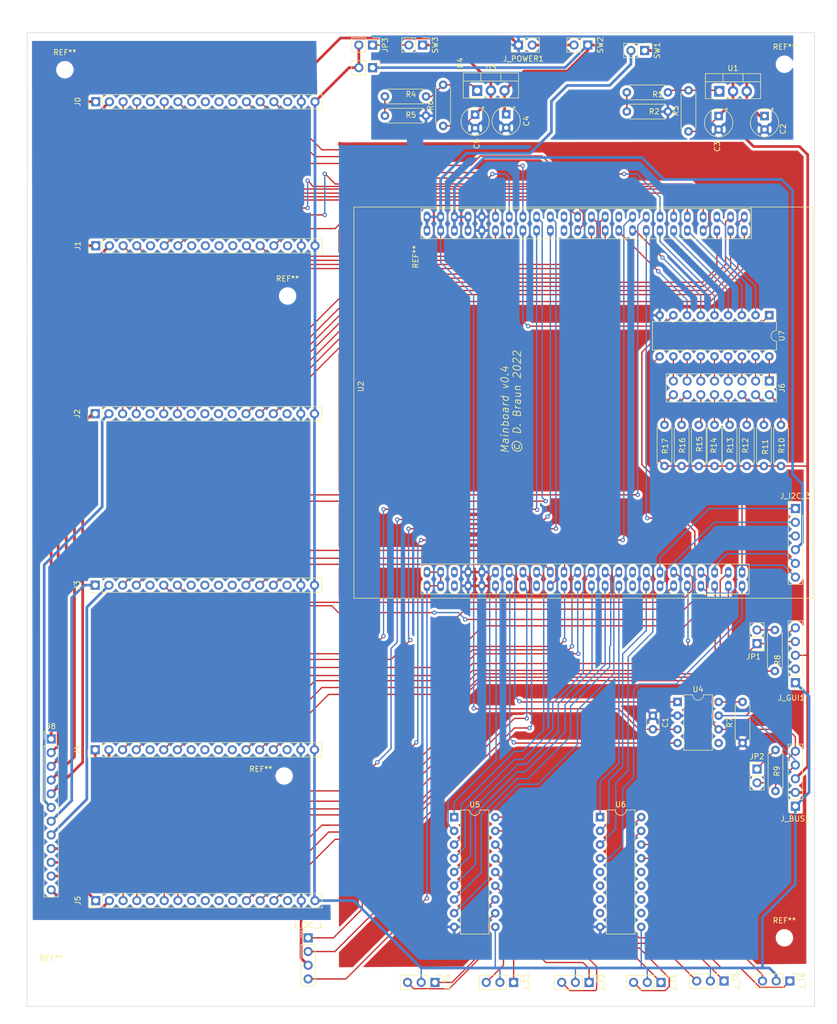
<source format=kicad_pcb>
(kicad_pcb (version 20211014) (generator pcbnew)
  (layers (0 "F.Cu" signal) (31 "B.Cu" signal) (34 "B.Paste" user) (35 "F.Paste" user) (36 "B.SilkS" user "B.Silkscreen") (37 "F.SilkS" user "F.Silkscreen") (38 "B.Mask" user) (39 "F.Mask" user) (44 "Edge.Cuts" user))
  (net 0 "")
  (net 1 "GND")
  (net 2 "5V")
  (net 3 "TRACK0_0")
  (net 4 "VSENSE0_0")
  (net 5 "VSENSE0_1")
  (net 6 "PWM0_1")
  (net 7 "PWM0_2")
  (net 8 "CT0_1")
  (net 9 "CT0_2")
  (net 10 "CT0_3")
  (net 11 "12V")
  (net 12 "TRACK1_0")
  (net 13 "VSENSE1_0")
  (net 14 "VSENSE1_1")
  (net 16 "PWM1_1")
  (net 17 "PWM1_2")
  (net 22 "CT1_1")
  (net 23 "CT1_2")
  (net 24 "CT1_3")
  (net 26 "TRACK2_0")
  (net 27 "VSENSE2_0")
  (net 28 "VSENSE2_1")
  (net 30 "PWM2_1")
  (net 31 "PWM2_2")
  (net 36 "CT2_1")
  (net 37 "CT2_2")
  (net 38 "CT2_3")
  (net 40 "TRACK3_0")
  (net 41 "VSENSE3_0")
  (net 42 "VSENSE3_1")
  (net 44 "PWM3_1")
  (net 45 "PWM3_2")
  (net 50 "CT3_1")
  (net 51 "CT3_2")
  (net 52 "CT3_3")
  (net 54 "TRACK4_0")
  (net 55 "VSENSE4_0")
  (net 56 "VSENSE4_1")
  (net 57 "PWM4_1")
  (net 58 "PWM4_2")
  (net 59 "CT4_1")
  (net 60 "CT4_2")
  (net 61 "CT4_3")
  (net 62 "TRACK5_0")
  (net 63 "VSENSE5_0")
  (net 64 "VSENSE5_1")
  (net 65 "PWM5_1")
  (net 66 "PWM5_2")
  (net 67 "CT5_1")
  (net 68 "CT5_2")
  (net 69 "CT5_3")
  (net 70 "Net-(J_BUS1-Pad4)")
  (net 71 "Net-(JP1-Pad1)")
  (net 72 "Net-(R1-Pad1)")
  (net 73 "Net-(R1-Pad2)")
  (net 74 "Net-(R4-Pad1)")
  (net 75 "Net-(R4-Pad2)")
  (net 76 "Net-(R6-Pad1)")
  (net 77 "Net-(R7-Pad2)")
  (net 78 "Net-(JP1-Pad2)")
  (net 79 "12Vunreg")
  (net 80 "CAN_TX")
  (net 82 "CAN_RX")
  (net 83 "TURN3B")
  (net 84 "ROT1")
  (net 85 "ROT2")
  (net 86 "3V3")
  (net 89 "TURN2B")
  (net 90 "TURN2A")
  (net 91 "TURN1A")
  (net 92 "SWO")
  (net 93 "TURN5B")
  (net 94 "TURN5A")
  (net 95 "TURN6A")
  (net 96 "TURN6B")
  (net 97 "usb_dp")
  (net 98 "usb_dm")
  (net 99 "I2C3_SCL")
  (net 100 "I2C3_SDA")
  (net 101 "LED4")
  (net 102 "BOARD_LED2")
  (net 103 "BOARD_LED")
  (net 124 "TRACK0_1")
  (net 125 "TRACK1_1")
  (net 126 "TRACK2_1")
  (net 127 "TRACK3_1")
  (net 128 "TRACK4_1")
  (net 129 "TRACK5_1")
  (net 130 "LED1")
  (net 131 "I2C1_SCL")
  (net 132 "I2C1_SDA")
  (net 133 "TURN1B")
  (net 134 "TURN3A")
  (net 135 "TURN4A")
  (net 136 "TURN4B")
  (net 137 "Net-(J_T1-Pad1)")
  (net 138 "Net-(J_T1-Pad3)")
  (net 139 "Net-(J_T2-Pad1)")
  (net 140 "Net-(J_T2-Pad3)")
  (net 141 "Net-(J_T3-Pad1)")
  (net 142 "Net-(J_T3-Pad3)")
  (net 143 "Net-(J_T4-Pad1)")
  (net 144 "Net-(J_T4-Pad3)")
  (net 145 "LED2")
  (net 146 "Net-(J_T5-Pad1)")
  (net 147 "Net-(J_T5-Pad3)")
  (net 148 "Net-(J_T6-Pad1)")
  (net 149 "Net-(J_T6-Pad3)")
  (net 158 "LED3")
  (net 159 "LED5")
  (net 160 "LED8")
  (net 161 "LED6")
  (net 162 "Net-(J6-Pad1)")
  (net 163 "Net-(J6-Pad2)")
  (net 164 "Net-(J6-Pad3)")
  (net 165 "Net-(J6-Pad4)")
  (net 166 "Net-(J6-Pad5)")
  (net 167 "Net-(J6-Pad6)")
  (net 168 "Net-(J6-Pad7)")
  (net 169 "Net-(J6-Pad8)")
  (net 170 "Net-(J6-Pad9)")
  (net 171 "Net-(J6-Pad10)")
  (net 172 "Net-(J6-Pad11)")
  (net 173 "Net-(J6-Pad12)")
  (net 174 "Net-(J6-Pad13)")
  (net 175 "Net-(J6-Pad14)")
  (net 176 "Net-(J6-Pad15)")
  (net 177 "Net-(J6-Pad16)")
  (net 178 "Net-(SW3-Pad2)")
  (net 179 "Net-(J_POWER1-Pad2)")
  (net 180 "Net-(R9-Pad1)")
  (net 181 "5VCPU")
  (footprint "Resistor_THT:R_Axial_DIN0207_L6.3mm_D2.5mm_P7.62mm_Horizontal" (layer "F.Cu") (at 187.325 104.394 -90)
    (fp_text reference "R12")
    (fp_text value "R")
  )
  (footprint "Capacitor_THT:CP_Radial_Tantal_D5.0mm_P2.50mm" (layer "F.Cu") (at 142.748 46.863 -90)
    (fp_text reference "C4")
    (fp_text value "0.1µF")
  )
  (footprint "Connector_PinHeader_2.54mm:PinHeader_1x03_P2.54mm_Vertical" (layer "F.Cu") (at 129.54 207.645 -90)
    (fp_text reference "J_T4")
    (fp_text value "Conn_01x03_Female")
  )
  (footprint "Resistor_THT:R_Axial_DIN0207_L6.3mm_D2.5mm_P7.62mm_Horizontal" (layer "F.Cu") (at 192.532 149.987 90)
    (fp_text reference "R8")
    (fp_text value "120")
  )
  (footprint "Package_TO_SOT_THT:TO-220-3_Vertical" (layer "F.Cu") (at 182.245 42.601)
    (fp_text reference "U1")
    (fp_text value "LM317_TO220")
  )
  (footprint "Package_DIP:DIP-8_W7.62mm" (layer "F.Cu") (at 174.498 155.702)
    (fp_text reference "U4")
    (fp_text value "MCP2551-I-P")
  )
  (footprint "Capacitor_THT:CP_Radial_Tantal_D5.0mm_P2.50mm" (layer "F.Cu") (at 190.627 47.181888 -90)
    (fp_text reference "C2")
    (fp_text value "0.1µF")
  )
  (footprint "Connector_PinHeader_2.54mm:PinHeader_1x02_P2.54mm_Vertical" (layer "F.Cu") (at 157.861 34.036 -90)
    (fp_text reference "SW2")
    (fp_text value "SW_DIP_x01")
  )
  (footprint "Resistor_THT:R_Axial_DIN0207_L6.3mm_D2.5mm_P7.62mm_Horizontal" (layer "F.Cu") (at 175.26 104.394 -90)
    (fp_text reference "R16")
    (fp_text value "R")
  )
  (footprint "Connector_PinHeader_2.54mm:PinHeader_1x03_P2.54mm_Vertical" (layer "F.Cu") (at 158.115 207.645 -90)
    (fp_text reference "J_T2")
    (fp_text value "Conn_01x03_Female")
  )
  (footprint "Connector_PinHeader_2.54mm:PinHeader_1x03_P2.54mm_Vertical" (layer "F.Cu") (at 183.134 207.391 -90)
    (fp_text reference "J_T5")
    (fp_text value "Conn_01x03_Female")
  )
  (footprint "Connector_PinHeader_2.54mm:PinHeader_2x08_P2.54mm_Vertical" (layer "F.Cu") (at 191.516 96.266 -90)
    (fp_text reference "J6")
    (fp_text value "Conn_02x08_Odd_Even")
  )
  (footprint "Package_TO_SOT_THT:TO-220-3_Vertical" (layer "F.Cu") (at 137.37 42.474)
    (fp_text reference "U3")
    (fp_text value "LM317_TO220")
  )
  (footprint "Connector_PinHeader_2.54mm:PinHeader_1x03_P2.54mm_Vertical" (layer "F.Cu") (at 195.326 207.391 -90)
    (fp_text reference "J_T6")
    (fp_text value "Conn_01x03_Female")
  )
  (footprint "Resistor_THT:R_Axial_DIN0207_L6.3mm_D2.5mm_P7.62mm_Horizontal" (layer "F.Cu") (at 186.553 163.312 90)
    (fp_text reference "R7")
    (fp_text value "R")
  )
  (footprint "Connector_PinHeader_2.54mm:PinHeader_1x17_P2.54mm_Vertical" (layer "F.Cu") (at 66.675 44.54274 90)
    (fp_text reference "J0")
    (fp_text value "Conn_01x18")
  )
  (footprint "Connector_PinHeader_2.54mm:PinHeader_1x02_P2.54mm_Vertical" (layer "F.Cu") (at 127.254 34.036 -90)
    (fp_text reference "SW3")
    (fp_text value "SW_DIP_x01")
  )
  (footprint "MountingHole:MountingHole_2.2mm_M2" (layer "F.Cu") (at 60.96 38.608)
    (fp_text reference "REF**")
    (fp_text value "MountingHole_2.2mm_M2")
  )
  (footprint "Connector_PinHeader_2.54mm:PinHeader_1x04_P2.54mm_Vertical" (layer "F.Cu") (at 106.045 199.39)
    (fp_text reference "J_I2C_1")
    (fp_text value "Conn_01x04_Female")
  )
  (footprint "Connector_PinHeader_2.54mm:PinHeader_1x17_P2.54mm_Vertical" (layer "F.Cu") (at 66.58226 102.32774 90)
    (fp_text reference "J2")
    (fp_text value "Conn_01x18")
  )
  (footprint "MountingHole:MountingHole_2.2mm_M2" (layer "F.Cu") (at 101.6 169.418)
    (fp_text reference "REF**")
    (fp_text value "MountingHole_2.2mm_M2")
  )
  (footprint "Resistor_THT:R_Axial_DIN0207_L6.3mm_D2.5mm_P7.62mm_Horizontal" (layer "F.Cu") (at 176.53 50.038 90)
    (fp_text reference "R3")
    (fp_text value "240")
  )
  (footprint "smt32f4module:STM32_F4XXrev" (layer "F.Cu") (at 114.517 136.493501 90)
    (fp_text reference "U2")
    (fp_text value "STM32_F4xx")
  )
  (footprint "Resistor_THT:R_Axial_DIN0207_L6.3mm_D2.5mm_P7.62mm_Horizontal" (layer "F.Cu") (at 165.1 46.355)
    (fp_text reference "R2")
    (fp_text value "200")
  )
  (footprint "Connector_PinHeader_2.54mm:PinHeader_1x02_P2.54mm_Vertical" (layer "F.Cu") (at 189.23 144.907 180)
    (fp_text reference "JP1")
    (fp_text value "Jumper_2_Open")
  )
  (footprint "Resistor_THT:R_Axial_DIN0207_L6.3mm_D2.5mm_P7.62mm_Horizontal" (layer "F.Cu") (at 192.659 164.592 -90)
    (fp_text reference "R9")
    (fp_text value "120")
  )
  (footprint "MountingHole:MountingHole_2.2mm_M2" (layer "F.Cu") (at 194.31 37.592)
    (fp_text reference "REF**")
    (fp_text value "MountingHole_2.2mm_M2")
  )
  (footprint "Package_DIP:DIP-18_W7.62mm" (layer "F.Cu") (at 160.154 177.038)
    (fp_text reference "U6")
    (fp_text value "ULN2803A")
  )
  (footprint "Resistor_THT:R_Axial_DIN0207_L6.3mm_D2.5mm_P7.62mm_Horizontal" (layer "F.Cu") (at 172.72 42.799 180)
    (fp_text reference "R1")
    (fp_text value "510")
  )
  (footprint "Connector_PinHeader_2.54mm:PinHeader_1x02_P2.54mm_Vertical" (layer "F.Cu") (at 117.983 34.036 -90)
    (fp_text reference "JP3")
    (fp_text value "Jumper_2_Open")
  )
  (footprint "Capacitor_THT:C_Disc_D3.4mm_W2.1mm_P2.50mm" (layer "F.Cu") (at 169.926 158.262 -90)
    (fp_text reference "C1")
    (fp_text value "100nF")
  )
  (footprint "Resistor_THT:R_Axial_DIN0207_L6.3mm_D2.5mm_P7.62mm_Horizontal" (layer "F.Cu") (at 131.064 49.022 90)
    (fp_text reference "R6")
    (fp_text value "240")
  )
  (footprint "MountingHole:MountingHole_2.2mm_M2" (layer "F.Cu") (at 58.42 206.375)
    (fp_text reference "REF**")
    (fp_text value "MountingHole_2.2mm_M2")
  )
  (footprint "Connector_PinHeader_2.54mm:PinHeader_1x02_P2.54mm_Vertical" (layer "F.Cu") (at 117.983 38.227 -90)
    (fp_text reference "JP4")
    (fp_text value "Jumper_2_Open")
  )
  (footprint "Resistor_THT:R_Axial_DIN0207_L6.3mm_D2.5mm_P7.62mm_Horizontal" (layer "F.Cu") (at 190.5 104.394 -90)
    (fp_text reference "R11")
    (fp_text value "R")
  )
  (footprint "Resistor_THT:R_Axial_DIN0207_L6.3mm_D2.5mm_P7.62mm_Horizontal" (layer "F.Cu") (at 193.675 104.394 -90)
    (fp_text reference "R10")
    (fp_text value "R")
  )
  (footprint "MountingHole:MountingHole_2.2mm_M2" (layer "F.Cu") (at 102.235 80.518)
    (fp_text reference "REF**")
    (fp_text value "MountingHole_2.2mm_M2")
  )
  (footprint "Connector_PinHeader_2.54mm:PinHeader_1x05_P2.54mm_Vertical" (layer "F.Cu") (at 196.342 152.141 180)
    (fp_text reference "J_GUI1")
    (fp_text value "Conn_01x05_Female")
  )
  (footprint "Connector_PinHeader_2.54mm:PinHeader_1x03_P2.54mm_Vertical" (layer "F.Cu") (at 144.13 207.645 -90)
    (fp_text reference "J_T3")
    (fp_text value "Conn_01x03_Female")
  )
  (footprint "Connector_PinHeader_2.54mm:PinHeader_1x02_P2.54mm_Vertical" (layer "F.Cu") (at 145.024 34.036 90)
    (fp_text reference "J_POWER1")
    (fp_text value "Conn_01x02_Female")
  )
  (footprint "Resistor_THT:R_Axial_DIN0207_L6.3mm_D2.5mm_P7.62mm_Horizontal" (layer "F.Cu") (at 178.435 104.394 -90)
    (fp_text reference "R15")
    (fp_text value "R")
  )
  (footprint "Connector_PinHeader_2.54mm:PinHeader_1x17_P2.54mm_Vertical" (layer "F.Cu") (at 66.675 192.49774 90)
    (fp_text reference "J5")
    (fp_text value "Conn_01x18")
  )
  (footprint "Package_DIP:DIP-18_W7.62mm" (layer "F.Cu") (at 133.106 177.048)
    (fp_text reference "U5")
    (fp_text value "ULN2803A")
  )
  (footprint "Connector_PinHeader_2.54mm:PinHeader_1x05_P2.54mm_Vertical" (layer "F.Cu") (at 196.342 175.006 180)
    (fp_text reference "J_BUS1")
    (fp_text value "Conn_01x05_Female")
  )
  (footprint "Connector_PinHeader_2.54mm:PinHeader_1x12_P2.54mm_Vertical" (layer "F.Cu") (at 58.42 162.555)
    (fp_text reference "J8")
    (fp_text value "Conn_01x12_Female")
  )
  (footprint "Resistor_THT:R_Axial_DIN0207_L6.3mm_D2.5mm_P7.62mm_Horizontal" (layer "F.Cu") (at 184.15 104.394 -90)
    (fp_text reference "R13")
    (fp_text value "R")
  )
  (footprint "Connector_PinHeader_2.54mm:PinHeader_1x03_P2.54mm_Vertical" (layer "F.Cu") (at 171.435 207.645 -90)
    (fp_text reference "J_T1")
    (fp_text value "Conn_01x03_Female")
  )
  (footprint "Resistor_THT:R_Axial_DIN0207_L6.3mm_D2.5mm_P7.62mm_Horizontal" (layer "F.Cu") (at 127.889 43.561 180)
    (fp_text reference "R4")
    (fp_text value "R")
  )
  (footprint "Resistor_THT:R_Axial_DIN0207_L6.3mm_D2.5mm_P7.62mm_Horizontal" (layer "F.Cu") (at 120.269 47.117)
    (fp_text reference "R5")
    (fp_text value "R")
  )
  (footprint "Connector_PinHeader_2.54mm:PinHeader_1x17_P2.54mm_Vertical" (layer "F.Cu") (at 66.58226 134.07774 90)
    (fp_text reference "J3")
    (fp_text value "Conn_01x18")
  )
  (footprint "Connector_PinHeader_2.54mm:PinHeader_1x06_P2.54mm_Vertical" (layer "F.Cu") (at 196.342 119.888)
    (fp_text reference "J_I2C_3")
    (fp_text value "Conn_01x06_Female")
  )
  (footprint "Connector_PinHeader_2.54mm:PinHeader_1x17_P2.54mm_Vertical" (layer "F.Cu") (at 66.58226 164.55774 90)
    (fp_text reference "J4")
    (fp_text value "Conn_01x18")
  )
  (footprint "Connector_PinHeader_2.54mm:PinHeader_1x02_P2.54mm_Vertical" (layer "F.Cu") (at 189.23 168.148)
    (fp_text reference "JP2")
    (fp_text value "Jumper_2_Open")
  )
  (footprint "Resistor_THT:R_Axial_DIN0207_L6.3mm_D2.5mm_P7.62mm_Horizontal" (layer "F.Cu") (at 172.085 104.394 -90)
    (fp_text reference "R17")
    (fp_text value "R")
  )
  (footprint "Connector_PinHeader_2.54mm:PinHeader_1x17_P2.54mm_Vertical" (layer "F.Cu") (at 66.675 71.21274 90)
    (fp_text reference "J1")
    (fp_text value "Conn_01x18")
  )
  (footprint "Resistor_THT:R_Axial_DIN0207_L6.3mm_D2.5mm_P7.62mm_Horizontal" (layer "F.Cu") (at 181.356 104.394 -90)
    (fp_text reference "R14")
    (fp_text value "R")
  )
  (footprint "Capacitor_THT:CP_Radial_Tantal_D5.0mm_P2.50mm" (layer "F.Cu") (at 136.989 46.927888 -90)
    (fp_text reference "C5")
    (fp_text value "10µF")
  )
  (footprint "Package_DIP:DIP-18_W7.62mm" (layer "F.Cu") (at 191.506 84.084 -90)
    (fp_text reference "U7")
    (fp_text value "ULN2803A")
  )
  (footprint "Capacitor_THT:CP_Radial_Tantal_D5.0mm_P2.50mm" (layer "F.Cu") (at 182.118 47.181888 -90)
    (fp_text reference "C3")
    (fp_text value "10µF")
  )
  (footprint "MountingHole:MountingHole_2.2mm_M2" (layer "F.Cu") (at 194.31 199.39)
    (fp_text reference "REF**")
    (fp_text value "MountingHole_2.2mm_M2")
  )
  (footprint "Connector_PinHeader_2.54mm:PinHeader_1x02_P2.54mm_Vertical" (layer "F.Cu") (at 168.407 35.052 -90)
    (fp_text reference "SW1")
    (fp_text value "SW_DIP_x01")
  )
  (gr_rect (start 53.975 31.75) (end 199.898 212.09) (layer "Edge.Cuts") (width 0.1) (fill none))
  (gr_text "Mainboard v0.4\n© D. Braun 2022" (at 143.637 109.728 90) (layer "F.SilkS") (effects (font (size 1.4 1.4) (thickness 0.15) italic) (justify left)))
  (segment (start 112.043511 32.736489) (end 104.775 40.005) (width 0.5) (layer "F.Cu") (net 1))
  (segment (start 138.227 131.6635) (end 138.227 134.2035) (width 0.25) (layer "F.Cu") (net 1))
  (segment (start 104.775 40.005) (end 104.775 44.54274) (width 0.5) (layer "F.Cu") (net 1))
  (segment (start 145.024 34.036) (end 143.724489 32.736489) (width 0.5) (layer "F.Cu") (net 1))
  (segment (start 143.724489 32.736489) (end 112.043511 32.736489) (width 0.5) (layer "F.Cu") (net 1))
  (segment (start 135.687 131.6635) (end 138.227 131.6635) (width 0.25) (layer "F.Cu") (net 1))
  (segment (start 106.045 204.47) (end 104.745489 203.170489) (width 0.5) (layer "F.Cu") (net 1))
  (segment (start 104.745489 192.527251) (end 104.775 192.49774) (width 0.5) (layer "F.Cu") (net 1))
  (segment (start 138.227 134.2035) (end 135.687 134.2035) (width 0.25) (layer "F.Cu") (net 1))
  (segment (start 104.745489 203.170489) (end 104.745489 192.527251) (width 0.5) (layer "F.Cu") (net 1))
  (segment (start 184.15 112.014) (end 181.356 112.014) (width 0.25) (layer "F.Cu") (net 2))
  (segment (start 184.785 42.601) (end 184.785 44.514888) (width 0.5) (layer "F.Cu") (net 2))
  (segment (start 187.325 112.014) (end 184.15 112.014) (width 0.25) (layer "F.Cu") (net 2))
  (segment (start 198.628 147.066) (end 198.628 112.268) (width 0.5) (layer "F.Cu") (net 2))
  (segment (start 198.628 147.32) (end 198.628 147.066) (width 0.5) (layer "F.Cu") (net 2))
  (segment (start 184.785 45.72) (end 186.563 47.498) (width 0.5) (layer "F.Cu") (net 2))
  (segment (start 198.628 112.268) (end 198.374 112.014) (width 0.25) (layer "F.Cu") (net 2))
  (segment (start 196.342 169.926) (end 198.628 167.64) (width 0.5) (layer "F.Cu") (net 2))
  (segment (start 179.261888 50.038) (end 182.118 47.181888) (width 0.25) (layer "F.Cu") (net 2))
  (segment (start 188.595 52.832) (end 197.104 52.832) (width 0.5) (layer "F.Cu") (net 2))
  (segment (start 184.785 42.601) (end 184.785 45.72) (width 0.5) (layer "F.Cu") (net 2))
  (segment (start 190.5 112.014) (end 187.325 112.014) (width 0.25) (layer "F.Cu") (net 2))
  (segment (start 193.675 112.014) (end 190.5 112.014) (width 0.25) (layer "F.Cu") (net 2))
  (segment (start 198.628 167.64) (end 198.628 147.32) (width 0.5) (layer "F.Cu") (net 2))
  (segment (start 176.53 50.038) (end 179.261888 50.038) (width 0.25) (layer "F.Cu") (net 2))
  (segment (start 170.18 92.71) (end 171.186 91.704) (width 0.25) (layer "F.Cu") (net 2))
  (segment (start 184.785 41.101) (end 178.736 35.052) (width 0.5) (layer "F.Cu") (net 2))
  (segment (start 184.785 44.514888) (end 182.118 47.181888) (width 0.5) (layer "F.Cu") (net 2))
  (segment (start 198.623 147.061) (end 198.628 147.066) (width 0.25) (layer "F.Cu") (net 2))
  (segment (start 186.563 50.8) (end 188.595 52.832) (width 0.5) (layer "F.Cu") (net 2))
  (segment (start 186.563 47.498) (end 186.563 50.8) (width 0.5) (layer "F.Cu") (net 2))
  (segment (start 196.342 147.061) (end 198.623 147.061) (width 0.25) (layer "F.Cu") (net 2))
  (segment (start 178.435 112.014) (end 175.26 112.014) (width 0.25) (layer "F.Cu") (net 2))
  (segment (start 178.736 35.052) (end 168.407 35.052) (width 0.5) (layer "F.Cu") (net 2))
  (segment (start 172.085 112.014) (end 170.18 110.109) (width 0.25) (layer "F.Cu") (net 2))
  (segment (start 184.785 42.601) (end 184.785 41.101) (width 0.5) (layer "F.Cu") (net 2))
  (segment (start 198.628 54.356) (end 198.628 112.268) (width 0.5) (layer "F.Cu") (net 2))
  (segment (start 170.18 110.109) (end 170.18 92.71) (width 0.25) (layer "F.Cu") (net 2))
  (segment (start 198.374 112.014) (end 193.675 112.014) (width 0.25) (layer "F.Cu") (net 2))
  (segment (start 175.26 112.014) (end 172.085 112.014) (width 0.25) (layer "F.Cu") (net 2))
  (segment (start 181.356 112.014) (end 178.435 112.014) (width 0.25) (layer "F.Cu") (net 2))
  (segment (start 197.104 52.832) (end 198.628 54.356) (width 0.5) (layer "F.Cu") (net 2))
  (segment (start 62.64526 44.54274) (end 66.675 44.54274) (width 0.5) (layer "F.Cu") (net 3))
  (segment (start 58.42 48.768) (end 62.64526 44.54274) (width 0.5) (layer "F.Cu") (net 3))
  (segment (start 58.42 162.555) (end 58.42 48.768) (width 0.5) (layer "F.Cu") (net 3))
  (segment (start 152.8915 62.738) (end 156.007 65.8535) (width 0.25) (layer "F.Cu") (net 4))
  (segment (start 71.755 47.625) (end 86.868 62.738) (width 0.25) (layer "F.Cu") (net 4))
  (segment (start 86.868 62.738) (end 152.8915 62.738) (width 0.25) (layer "F.Cu") (net 4))
  (segment (start 71.755 44.54274) (end 71.755 47.625) (width 0.25) (layer "F.Cu") (net 4))
  (segment (start 89.43724 62.13224) (end 154.02176 62.13224) (width 0.25) (layer "F.Cu") (net 5))
  (segment (start 74.295 46.99) (end 89.43724 62.13224) (width 0.25) (layer "F.Cu") (net 5))
  (segment (start 157.04178 65.15226) (end 157.04178 67.35872) (width 0.25) (layer "F.Cu") (net 5))
  (segment (start 154.02176 62.13224) (end 157.04178 65.15226) (width 0.25) (layer "F.Cu") (net 5))
  (segment (start 74.295 44.54274) (end 74.295 46.99) (width 0.25) (layer "F.Cu") (net 5))
  (segment (start 157.04178 67.35872) (end 156.007 68.3935) (width 0.25) (layer "F.Cu") (net 5))
  (segment (start 173.787 62.789) (end 173.787 65.8535) (width 0.25) (layer "F.Cu") (net 6))
  (segment (start 172.466 61.468) (end 173.787 62.789) (width 0.25) (layer "F.Cu") (net 6))
  (segment (start 79.375 48.895) (end 90.932 60.452) (width 0.25) (layer "F.Cu") (net 6))
  (segment (start 91.948 61.468) (end 172.466 61.468) (width 0.25) (layer "F.Cu") (net 6))
  (segment (start 79.375 44.54274) (end 79.375 48.895) (width 0.25) (layer "F.Cu") (net 6))
  (segment (start 90.932 60.452) (end 91.948 61.468) (width 0.25) (layer "F.Cu") (net 6))
  (segment (start 97.42613 60.08813) (end 98.044 60.706) (width 0.25) (layer "F.Cu") (net 7))
  (segment (start 174.498 60.706) (end 176.327 62.535) (width 0.25) (layer "F.Cu") (net 7))
  (segment (start 81.915 44.54274) (end 97.42613 60.05387) (width 0.25) (layer "F.Cu") (net 7))
  (segment (start 97.42613 60.05387) (end 97.42613 60.08813) (width 0.25) (layer "F.Cu") (net 7))
  (segment (start 176.327 62.535) (end 176.327 65.8535) (width 0.25) (layer "F.Cu") (net 7))
  (segment (start 98.044 60.706) (end 174.498 60.706) (width 0.25) (layer "F.Cu") (net 7))
  (segment (start 94.615 44.54274) (end 106.045 55.97274) (width 0.25) (layer "F.Cu") (net 8))
  (segment (start 114.87652 58.674) (end 139.446 58.674) (width 0.25) (layer "F.Cu") (net 8))
  (segment (start 112.17526 55.97274) (end 114.87652 58.674) (width 0.25) (layer "F.Cu") (net 8))
  (segment (start 106.045 55.97274) (end 106.77274 55.97274) (width 0.25) (layer "F.Cu") (net 8))
  (segment (start 139.446 58.674) (end 140.208 57.912) (width 0.25) (layer "F.Cu") (net 8))
  (segment (start 106.77274 55.97274) (end 112.17526 55.97274) (width 0.25) (layer "F.Cu") (net 8))
  (via (at 140.208 57.912) (size 0.8) (drill 0.4) (layers "F.Cu" "B.Cu") (net 8))
  (segment (start 142.494 57.912) (end 143.307 58.725) (width 0.25) (layer "B.Cu") (net 8))
  (segment (start 140.208 57.912) (end 142.494 57.912) (width 0.25) (layer "B.Cu") (net 8))
  (segment (start 143.307 65.8535) (end 143.307 58.725) (width 0.25) (layer "B.Cu") (net 8))
  (segment (start 138.176 57.658) (end 139.446 56.388) (width 0.25) (layer "F.Cu") (net 9))
  (segment (start 97.155 44.54274) (end 107.315 54.70274) (width 0.25) (layer "F.Cu") (net 9))
  (segment (start 107.315 54.70274) (end 108.49226 54.70274) (width 0.25) (layer "F.Cu") (net 9))
  (segment (start 139.446 56.388) (end 145.796 56.388) (width 0.25) (layer "F.Cu") (net 9))
  (segment (start 117.348 57.658) (end 138.176 57.658) (width 0.25) (layer "F.Cu") (net 9))
  (segment (start 114.39274 54.70274) (end 117.348 57.658) (width 0.25) (layer "F.Cu") (net 9))
  (segment (start 108.49226 54.70274) (end 114.39274 54.70274) (width 0.25) (layer "F.Cu") (net 9))
  (via (at 145.796 56.388) (size 0.8) (drill 0.4) (layers "F.Cu" "B.Cu") (net 9))
  (segment (start 145.796 56.388) (end 145.847 56.439) (width 0.25) (layer "B.Cu") (net 9))
  (segment (start 145.847 56.439) (end 145.847 65.8535) (width 0.25) (layer "B.Cu") (net 9))
  (segment (start 149.38626 54.57574) (end 152.72252 57.912) (width 0.25) (layer "F.Cu") (net 10))
  (segment (start 136.21252 56.31948) (end 137.95626 54.57574) (width 0.25) (layer "F.Cu") (net 10))
  (segment (start 108.585 53.43274) (end 110.58274 53.43274) (width 0.25) (layer "F.Cu") (net 10))
  (segment (start 99.695 44.54274) (end 108.585 53.43274) (width 0.25) (layer "F.Cu") (net 10))
  (segment (start 137.95626 54.57574) (end 149.38626 54.57574) (width 0.25) (layer "F.Cu") (net 10))
  (segment (start 152.72252 57.912) (end 164.592 57.912) (width 0.25) (layer "F.Cu") (net 10))
  (segment (start 115.47726 53.43274) (end 118.364 56.31948) (width 0.25) (layer "F.Cu") (net 10))
  (segment (start 118.364 56.31948) (end 136.21252 56.31948) (width 0.25) (layer "F.Cu") (net 10))
  (segment (start 110.58274 53.43274) (end 115.47726 53.43274) (width 0.25) (layer "F.Cu") (net 10))
  (via (at 164.592 57.912) (size 0.8) (drill 0.4) (layers "F.Cu" "B.Cu") (net 10))
  (segment (start 166.94652 57.912) (end 167.42026 58.38574) (width 0.25) (layer "B.Cu") (net 10))
  (segment (start 171.247 62.21248) (end 167.42026 58.38574) (width 0.25) (layer "B.Cu") (net 10))
  (segment (start 171.247 65.8535) (end 171.247 62.21248) (width 0.25) (layer "B.Cu") (net 10))
  (segment (start 164.592 57.912) (end 166.94652 57.912) (width 0.25) (layer "B.Cu") (net 10))
  (segment (start 115.443 34.036) (end 115.443 38.227) (width 0.5) (layer "F.Cu") (net 11))
  (segment (start 115.443 38.227) (end 113.63074 38.227) (width 0.5) (layer "F.Cu") (net 11))
  (segment (start 113.63074 38.227) (end 107.315 44.54274) (width 0.5) (layer "F.Cu") (net 11))
  (segment (start 140.462 204.978) (end 141.732 204.978) (width 0.5) (layer "B.Cu") (net 11))
  (segment (start 140.726 204.714) (end 140.462 204.978) (width 0.25) (layer "B.Cu") (net 11))
  (segment (start 167.774 204.858) (end 167.894 204.978) (width 0.25) (layer "B.Cu") (net 11))
  (segment (start 114.51974 192.49774) (end 127 204.978) (width 0.5) (layer "B.Cu") (net 11))
  (segment (start 107.315 192.49774) (end 114.51974 192.49774) (width 0.5) (layer "B.Cu") (net 11))
  (segment (start 107.315 44.54274) (end 107.315 71.21274) (width 0.5) (layer "B.Cu") (net 11))
  (segment (start 168.895 204.993) (end 168.91 204.978) (width 0.25) (layer "B.Cu") (net 11))
  (segment (start 107.22226 164.55774) (end 107.22226 192.405) (width 0.5) (layer "B.Cu") (net 11))
  (segment (start 140.726 197.368) (end 140.726 204.714) (width 0.25) (layer "B.Cu") (net 11))
  (segment (start 141.732 204.978) (end 155.448 204.978) (width 0.5) (layer "B.Cu") (net 11))
  (segment (start 167.774 197.358) (end 167.774 204.858) (width 0.25) (layer "B.Cu") (net 11))
  (segment (start 127 204.978) (end 140.462 204.978) (width 0.5) (layer "B.Cu") (net 11))
  (segment (start 127 207.645) (end 127 204.978) (width 0.25) (layer "B.Cu") (net 11))
  (segment (start 141.59 205.12) (end 141.732 204.978) (width 0.25) (layer "B.Cu") (net 11))
  (segment (start 155.575 207.645) (end 155.575 205.105) (width 0.25) (layer "B.Cu") (net 11))
  (segment (start 155.448 204.978) (end 167.132 204.978) (width 0.5) (layer "B.Cu") (net 11))
  (segment (start 191.516 204.978) (end 192.786 206.248) (width 0.5) (layer "B.Cu") (net 11))
  (segment (start 190.246 204.978) (end 191.516 204.978) (width 0.5) (layer "B.Cu") (net 11))
  (segment (start 107.22226 102.32774) (end 107.22226 134.07774) (width 0.5) (layer "B.Cu") (net 11))
  (segment (start 167.894 204.978) (end 168.91 204.978) (width 0.5) (layer "B.Cu") (net 11))
  (segment (start 168.895 207.645) (end 168.895 204.993) (width 0.25) (layer "B.Cu") (net 11))
  (segment (start 107.22226 134.07774) (end 107.22226 164.55774) (width 0.5) (layer "B.Cu") (net 11))
  (segment (start 196.342 189.484) (end 191.516 194.31) (width 0.5) (layer "B.Cu") (net 11))
  (segment (start 190.246 195.58) (end 190.246 204.978) (width 0.5) (layer "B.Cu") (net 11))
  (segment (start 198.882 154.681) (end 198.882 172.466) (width 0.5) (layer "B.Cu") (net 11))
  (segment (start 107.315 102.235) (end 107.22226 102.32774) (width 0.5) (layer "B.Cu") (net 11))
  (segment (start 191.516 194.31) (end 190.246 195.58) (width 0.5) (layer "B.Cu") (net 11))
  (segment (start 107.315 71.21274) (end 107.315 102.235) (width 0.5) (layer "B.Cu") (net 11))
  (segment (start 107.22226 192.405) (end 107.315 192.49774) (width 0.5) (layer "B.Cu") (net 11))
  (segment (start 198.882 172.466) (end 196.342 175.006) (width 0.5) (layer "B.Cu") (net 11))
  (segment (start 180.594 207.391) (end 180.594 204.978) (width 0.25) (layer "B.Cu") (net 11))
  (segment (start 196.342 175.006) (end 196.342 189.484) (width 0.5) (layer "B.Cu") (net 11))
  (segment (start 141.59 207.645) (end 141.59 205.12) (width 0.25) (layer "B.Cu") (net 11))
  (segment (start 196.342 152.141) (end 198.882 154.681) (width 0.5) (layer "B.Cu") (net 11))
  (segment (start 180.594 204.978) (end 190.246 204.978) (width 0.5) (layer "B.Cu") (net 11))
  (segment (start 168.91 204.978) (end 180.594 204.978) (width 0.5) (layer "B.Cu") (net 11))
  (segment (start 167.132 204.978) (end 167.894 204.978) (width 0.5) (layer "B.Cu") (net 11))
  (segment (start 192.786 206.248) (end 192.786 207.391) (width 0.5) (layer "B.Cu") (net 11))
  (segment (start 155.575 205.105) (end 155.448 204.978) (width 0.25) (layer "B.Cu") (net 11))
  (segment (start 63.91526 71.21274) (end 66.675 71.21274) (width 0.5) (layer "F.Cu") (net 12))
  (segment (start 61.214 73.914) (end 63.91526 71.21274) (width 0.5) (layer "F.Cu") (net 12))
  (segment (start 58.42 167.635) (end 61.214 164.841) (width 0.5) (layer "F.Cu") (net 12))
  (segment (start 61.214 164.841) (end 61.214 73.914) (width 0.5) (layer "F.Cu") (net 12))
  (segment (start 159.58178 73.22178) (end 157.36556 75.438) (width 0.25) (layer "F.Cu") (net 13))
  (segment (start 157.36556 75.438) (end 75.98026 75.438) (width 0.25) (layer "F.Cu") (net 13))
  (segment (start 71.755 71.21274) (end 75.58213 75.03987) (width 0.25) (layer "F.Cu") (net 13))
  (segment (start 75.98026 75.438) (end 75.58213 75.03987) (width 0.25) (layer "F.Cu") (net 13))
  (segment (start 159.58178 73.22178) (end 159.58178 66.88828) (width 0.25) (layer "F.Cu") (net 13))
  (segment (start 159.58178 66.88828) (end 158.547 65.8535) (width 0.25) (layer "F.Cu") (net 13))
  (segment (start 158.547 68.3935) (end 158.547 73.101) (width 0.25) (layer "F.Cu") (net 14))
  (segment (start 156.972 74.676) (end 77.75826 74.676) (width 0.25) (layer "F.Cu") (net 14))
  (segment (start 77.75826 74.676) (end 74.295 71.21274) (width 0.25) (layer "F.Cu") (net 14))
  (segment (start 158.547 73.101) (end 156.972 74.676) (width 0.25) (layer "F.Cu") (net 14))
  (segment (start 87.53726 64.22774) (end 86.36 64.22774) (width 0.25) (layer "F.Cu") (net 16))
  (segment (start 176.24676 60.22724) (end 179.25652 63.237) (width 0.25) (layer "F.Cu") (net 16))
  (segment (start 86.36 64.22774) (end 79.375 71.21274) (width 0.25) (layer "F.Cu") (net 16))
  (segment (start 106.58726 59.78274) (end 106.58726 59.85126) (width 0.25) (layer "F.Cu") (net 16))
  (segment (start 105.95226 64.22774) (end 87.53726 64.22774) (width 0.25) (layer "F.Cu") (net 16))
  (segment (start 179.25652 63.237) (end 179.25652 65.87414) (width 0.25) (layer "F.Cu") (net 16))
  (segment (start 106.58726 59.85126) (end 106.96324 60.22724) (width 0.25) (layer "F.Cu") (net 16))
  (segment (start 106.96324 60.22724) (end 176.24676 60.22724) (width 0.25) (layer "F.Cu") (net 16))
  (segment (start 105.95226 59.14774) (end 106.58726 59.78274) (width 0.25) (layer "F.Cu") (net 16))
  (via (at 105.95226 59.14774) (size 0.8) (drill 0.4) (layers "F.Cu" "B.Cu") (net 16))
  (via (at 105.95226 64.22774) (size 0.8) (drill 0.4) (layers "F.Cu" "B.Cu") (net 16))
  (segment (start 105.95226 59.14774) (end 105.95226 64.22774) (width 0.25) (layer "B.Cu") (net 16))
  (segment (start 81.915 71.21274) (end 87.63 65.49774) (width 0.25) (layer "F.Cu") (net 17))
  (segment (start 177.06724 59.77772) (end 180.2913 63.00178) (width 0.25) (layer "F.Cu") (net 17))
  (segment (start 180.2913 67.37936) (end 179.25652 68.41414) (width 0.25) (layer "F.Cu") (net 17))
  (segment (start 109.18574 57.87774) (end 111.08572 59.77772) (width 0.25) (layer "F.Cu") (net 17))
  (segment (start 111.08572 59.77772) (end 177.06724 59.77772) (width 0.25) (layer "F.Cu") (net 17))
  (segment (start 180.2913 63.00178) (end 180.2913 67.37936) (width 0.25) (layer "F.Cu") (net 17))
  (segment (start 109.12726 57.87774) (end 109.18574 57.87774) (width 0.25) (layer "F.Cu") (net 17))
  (segment (start 87.63 65.49774) (end 109.12726 65.49774) (width 0.25) (layer "F.Cu") (net 17))
  (via (at 109.12726 65.49774) (size 0.8) (drill 0.4) (layers "F.Cu" "B.Cu") (net 17))
  (via (at 109.12726 57.87774) (size 0.8) (drill 0.4) (layers "F.Cu" "B.Cu") (net 17))
  (segment (start 109.12726 65.49774) (end 109.12726 57.87774) (width 0.25) (layer "B.Cu") (net 17))
  (segment (start 97.31626 73.914) (end 96.79113 73.38887) (width 0.25) (layer "F.Cu") (net 22))
  (segment (start 94.615 71.21274) (end 96.79113 73.38887) (width 0.25) (layer "F.Cu") (net 22))
  (segment (start 143.307 72.085) (end 141.478 73.914) (width 0.25) (layer "F.Cu") (net 22))
  (segment (start 141.478 73.914) (end 97.31626 73.914) (width 0.25) (layer "F.Cu") (net 22))
  (segment (start 143.307 68.3935) (end 143.307 72.085) (width 0.25) (layer "F.Cu") (net 22))
  (segment (start 140.767 71.577) (end 140.589 71.755) (width 0.25) (layer "F.Cu") (net 23))
  (segment (start 99.09426 73.152) (end 139.192 73.152) (width 0.25) (layer "F.Cu") (net 23))
  (segment (start 97.155 71.21274) (end 99.09426 73.152) (width 0.25) (layer "F.Cu") (net 23))
  (segment (start 139.192 73.152) (end 140.589 71.755) (width 0.25) (layer "F.Cu") (net 23))
  (segment (start 140.767 68.3935) (end 140.767 71.577) (width 0.25) (layer "F.Cu") (net 23))
  (segment (start 115.316 63.754) (end 140.208 63.754) (width 0.25) (layer "F.Cu") (net 24))
  (segment (start 140.208 63.754) (end 140.767 64.313) (width 0.25) (layer "F.Cu") (net 24))
  (segment (start 140.767 64.313) (end 140.767 65.8535) (width 0.25) (layer "F.Cu") (net 24))
  (segment (start 111.03226 68.03774) (end 115.316 63.754) (width 0.25) (layer "F.Cu") (net 24))
  (segment (start 102.87 68.03774) (end 111.03226 68.03774) (width 0.25) (layer "F.Cu") (net 24))
  (segment (start 99.695 71.21274) (end 102.87 68.03774) (width 0.25) (layer "F.Cu") (net 24))
  (segment (start 66.07426 102.32774) (end 66.58226 102.32774) (width 0.5) (layer "F.Cu") (net 26))
  (segment (start 64.262 104.14) (end 66.07426 102.32774) (width 0.5) (layer "F.Cu") (net 26))
  (segment (start 64.262 166.873) (end 64.262 104.14) (width 0.5) (layer "F.Cu") (net 26))
  (segment (start 58.42 172.715) (end 64.262 166.873) (width 0.5) (layer "F.Cu") (net 26))
  (segment (start 116.332 76.454) (end 101.854 90.932) (width 0.25) (layer "F.Cu") (net 27))
  (segment (start 77.47 90.932) (end 71.66226 96.73974) (width 0.25) (layer "F.Cu") (net 27))
  (segment (start 101.854 90.932) (end 77.47 90.932) (width 0.25) (layer "F.Cu") (net 27))
  (segment (start 160.16248 73.80248) (end 157.51096 76.454) (width 0.25) (layer "F.Cu") (net 27))
  (segment (start 160.16248 66.77802) (end 160.16248 73.80248) (width 0.25) (layer "F.Cu") (net 27))
  (segment (start 71.66226 96.73974) (end 71.66226 102.32774) (width 0.25) (layer "F.Cu") (net 27))
  (segment (start 157.51096 76.454) (end 116.332 76.454) (width 0.25) (layer "F.Cu") (net 27))
  (segment (start 161.087 65.8535) (end 160.16248 66.77802) (width 0.25) (layer "F.Cu") (net 27))
  (segment (start 79.31652 93.218) (end 74.20226 98.33226) (width 0.25) (layer "F.Cu") (net 28))
  (segment (start 161.087 75.387) (end 159.258 77.216) (width 0.25) (layer "F.Cu") (net 28))
  (segment (start 101.346 93.218) (end 79.31652 93.218) (width 0.25) (layer "F.Cu") (net 28))
  (segment (start 159.258 77.216) (end 117.348 77.216) (width 0.25) (layer "F.Cu") (net 28))
  (segment (start 161.087 68.3935) (end 161.087 75.387) (width 0.25) (layer "F.Cu") (net 28))
  (segment (start 117.348 77.216) (end 101.346 93.218) (width 0.25) (layer "F.Cu") (net 28))
  (segment (start 74.20226 98.33226) (end 74.20226 102.32774) (width 0.25) (layer "F.Cu") (net 28))
  (segment (start 181.79652 75.33704) (end 181.79652 68.41414) (width 0.25) (layer "F.Cu") (net 30))
  (segment (start 83.566 94.742) (end 101.219 94.742) (width 0.25) (layer "F.Cu") (net 30))
  (segment (start 101.219 94.742) (end 117.983 77.978) (width 0.25) (layer "F.Cu") (net 30))
  (segment (start 79.28226 102.32774) (end 79.28226 99.02574) (width 0.25) (layer "F.Cu") (net 30))
  (segment (start 79.28226 99.02574) (end 83.566 94.742) (width 0.25) (layer "F.Cu") (net 30))
  (segment (start 179.15556 77.978) (end 181.79652 75.33704) (width 0.25) (layer "F.Cu") (net 30))
  (segment (start 117.983 77.978) (end 179.15556 77.978) (width 0.25) (layer "F.Cu") (net 30))
  (segment (start 118.618 78.74) (end 100.838 96.52) (width 0.25) (layer "F.Cu") (net 31))
  (segment (start 100.838 96.52) (end 84.074 96.52) (width 0.25) (layer "F.Cu") (net 31))
  (segment (start 183.412 74.7) (end 183.364 74.7) (width 0.25) (layer "F.Cu") (net 31))
  (segment (start 81.82226 98.77174) (end 81.82226 102.32774) (width 0.25) (layer "F.Cu") (net 31))
  (segment (start 183.412 66.79866) (end 183.412 74.7) (width 0.25) (layer "F.Cu") (net 31))
  (segment (start 183.364 74.7) (end 179.324 78.74) (width 0.25) (layer "F.Cu") (net 31))
  (segment (start 84.074 96.52) (end 81.82226 98.77174) (width 0.25) (layer "F.Cu") (net 31))
  (segment (start 184.33652 65.87414) (end 183.412 66.79866) (width 0.25) (layer "F.Cu") (net 31))
  (segment (start 179.324 78.74) (end 118.618 78.74) (width 0.25) (layer "F.Cu") (net 31))
  (segment (start 119.38 79.502) (end 99.568 99.314) (width 0.25) (layer "F.Cu") (net 36))
  (segment (start 184.33652 68.41414) (end 184.33652 74.99748) (width 0.25) (layer "F.Cu") (net 36))
  (segment (start 179.832 79.502) (end 119.38 79.502) (width 0.25) (layer "F.Cu") (net 36))
  (segment (start 184.33652 74.99748) (end 179.832 79.502) (width 0.25) (layer "F.Cu") (net 36))
  (segment (start 97.536 99.314) (end 94.52226 102.32774) (width 0.25) (layer "F.Cu") (net 36))
  (segment (start 99.568 99.314) (end 97.536 99.314) (width 0.25) (layer "F.Cu") (net 36))
  (segment (start 100.00249 100.2665) (end 99.1235 100.2665) (width 0.25) (layer "F.Cu") (net 37))
  (segment (start 186.87652 65.87414) (end 185.674 67.07666) (width 0.25) (layer "F.Cu") (net 37))
  (segment (start 120.00499 80.264) (end 100.00249 100.2665) (width 0.25) (layer "F.Cu") (net 37))
  (segment (start 185.674 75.184) (end 180.594 80.264) (width 0.25) (layer "F.Cu") (net 37))
  (segment (start 99.1235 100.2665) (end 97.06226 102.32774) (width 0.25) (layer "F.Cu") (net 37))
  (segment (start 185.674 67.07666) (end 185.674 75.184) (width 0.25) (layer "F.Cu") (net 37))
  (segment (start 180.594 80.264) (end 120.00499 80.264) (width 0.25) (layer "F.Cu") (net 37))
  (segment (start 186.87652 75.25148) (end 186.87652 68.41414) (width 0.25) (layer "F.Cu") (net 38))
  (segment (start 120.396 81.534) (end 180.594 81.534) (width 0.25) (layer "F.Cu") (net 38))
  (segment (start 180.594 81.534) (end 186.87652 75.25148) (width 0.25) (layer "F.Cu") (net 38))
  (segment (start 99.60226 102.32774) (end 120.396 81.534) (width 0.25) (layer "F.Cu") (net 38))
  (segment (start 58.42 177.795) (end 62.23 173.985) (width 0.5) (layer "B.Cu") (net 40))
  (segment (start 62.23 136.398) (end 64.55026 134.07774) (width 0.5) (layer "B.Cu") (net 40))
  (segment (start 64.55026 134.07774) (end 66.58226 134.07774) (width 0.5) (layer "B.Cu") (net 40))
  (segment (start 62.23 173.985) (end 62.23 136.398) (width 0.5) (layer "B.Cu") (net 40))
  (segment (start 88.392 117.348) (end 167.132 117.348) (width 0.25) (layer "F.Cu") (net 41))
  (segment (start 71.66226 134.07774) (end 88.392 117.348) (width 0.25) (layer "F.Cu") (net 41))
  (via (at 167.132 117.348) (size 0.8) (drill 0.4) (layers "F.Cu" "B.Cu") (net 41))
  (segment (start 167.132 67.4285) (end 168.707 65.8535) (width 0.25) (layer "B.Cu") (net 41))
  (segment (start 167.132 117.348) (end 167.132 67.4285) (width 0.25) (layer "B.Cu") (net 41))
  (segment (start 74.20226 134.07774) (end 89.75976 118.52024) (width 0.25) (layer "F.Cu") (net 42))
  (segment (start 89.75976 118.52024) (end 150.08476 118.52024) (width 0.25) (layer "F.Cu") (net 42))
  (via (at 150.08476 118.52024) (size 0.8) (drill 0.4) (layers "F.Cu" "B.Cu") (net 42))
  (segment (start 149.42178 66.88828) (end 148.387 65.8535) (width 0.25) (layer "B.Cu") (net 42))
  (segment (start 150.08476 118.52024) (end 149.42178 117.85726) (width 0.25) (layer "B.Cu") (net 42))
  (segment (start 149.42178 117.85726) (end 149.42178 84.20226) (width 0.25) (layer "B.Cu") (net 42))
  (segment (start 149.42178 84.20226) (end 149.42178 66.88828) (width 0.25) (layer "B.Cu") (net 42))
  (segment (start 135.16226 140.42774) (end 170.722977 140.42774) (width 0.25) (layer "F.Cu") (net 44))
  (segment (start 177.25152 132.58802) (end 177.25152 134.986448) (width 0.25) (layer "F.Cu") (net 44))
  (segment (start 176.327 131.6635) (end 177.25152 132.58802) (width 0.25) (layer "F.Cu") (net 44))
  (segment (start 110.39726 137.88774) (end 111.66726 139.15774) (width 0.25) (layer "F.Cu") (net 44))
  (segment (start 177.25152 134.986448) (end 171.810228 140.42774) (width 0.25) (layer "F.Cu") (net 44))
  (segment (start 79.28226 134.07774) (end 83.09226 137.88774) (width 0.25) (layer "F.Cu") (net 44))
  (segment (start 111.66726 139.15774) (end 129.44726 139.15774) (width 0.25) (layer "F.Cu") (net 44))
  (segment (start 83.09226 137.88774) (end 110.39726 137.88774) (width 0.25) (layer "F.Cu") (net 44))
  (segment (start 171.810228 140.42774) (end 170.39974 140.42774) (width 0.25) (layer "F.Cu") (net 44))
  (via (at 135.16226 140.42774) (size 0.8) (drill 0.4) (layers "F.Cu" "B.Cu") (net 44))
  (via (at 129.44726 139.15774) (size 0.8) (drill 0.4) (layers "F.Cu" "B.Cu") (net 44))
  (segment (start 133.89226 139.15774) (end 135.16226 140.42774) (width 0.25) (layer "B.Cu") (net 44))
  (segment (start 129.44726 139.15774) (end 133.89226 139.15774) (width 0.25) (layer "B.Cu") (net 44))
  (segment (start 170.72226 137.25274) (end 173.89726 134.07774) (width 0.25) (layer "F.Cu") (net 45))
  (segment (start 81.82226 134.07774) (end 84.99726 137.25274) (width 0.25) (layer "F.Cu") (net 45))
  (segment (start 84.99726 137.25274) (end 170.72226 137.25274) (width 0.25) (layer "F.Cu") (net 45))
  (segment (start 153.57726 129.44726) (end 153.57726 131.53774) (width 0.25) (layer "F.Cu") (net 50))
  (segment (start 94.52226 134.07774) (end 100.965 127.635) (width 0.25) (layer "F.Cu") (net 50))
  (segment (start 151.765 127.635) (end 153.57726 129.44726) (width 0.25) (layer "F.Cu") (net 50))
  (segment (start 100.965 127.635) (end 151.765 127.635) (width 0.25) (layer "F.Cu") (net 50))
  (segment (start 102.04952 129.09048) (end 97.06226 134.07774) (width 0.25) (layer "F.Cu") (net 51))
  (segment (start 151.96178 133.15322) (end 151.96178 129.73678) (width 0.25) (layer "F.Cu") (net 51))
  (segment (start 151.31548 129.09048) (end 102.04952 129.09048) (width 0.25) (layer "F.Cu") (net 51))
  (segment (start 151.03726 134.07774) (end 151.96178 133.15322) (width 0.25) (layer "F.Cu") (net 51))
  (segment (start 151.96178 129.73678) (end 151.31548 129.09048) (width 0.25) (layer "F.Cu") (net 51))
  (segment (start 103.46678 130.21322) (end 99.60226 134.07774) (width 0.25) (layer "F.Cu") (net 52))
  (segment (start 151.03726 131.53774) (end 149.71274 130.21322) (width 0.25) (layer "F.Cu") (net 52))
  (segment (start 149.71274 130.21322) (end 103.46678 130.21322) (width 0.25) (layer "F.Cu") (net 52))
  (segment (start 66.58226 164.55774) (end 66.58226 177.00374) (width 0.5) (layer "F.Cu") (net 54))
  (segment (start 66.58226 177.00374) (end 60.711 182.875) (width 0.5) (layer "F.Cu") (net 54))
  (segment (start 60.711 182.875) (end 58.42 182.875) (width 0.5) (layer "F.Cu") (net 54))
  (segment (start 89.44226 146.77774) (end 71.66226 164.55774) (width 0.25) (layer "F.Cu") (net 55))
  (segment (start 116.74726 146.77774) (end 89.44226 146.77774) (width 0.25) (layer "F.Cu") (net 55))
  (segment (start 120.015 143.51) (end 116.74726 146.77774) (width 0.25) (layer "F.Cu") (net 55))
  (segment (start 148.40452 120.015) (end 120.015 120.015) (width 0.25) (layer "F.Cu") (net 55))
  (segment (start 148.49726 120.10774) (end 148.40452 120.015) (width 0.25) (layer "F.Cu") (net 55))
  (via (at 120.015 120.015) (size 0.8) (drill 0.4) (layers "F.Cu" "B.Cu") (net 55))
  (via (at 120.015 143.51) (size 0.8) (drill 0.4) (layers "F.Cu" "B.Cu") (net 55))
  (via (at 148.49726 120.10774) (size 0.8) (drill 0.4) (layers "F.Cu" "B.Cu") (net 55))
  (segment (start 148.387 73.457) (end 148.387 119.99748) (width 0.25) (layer "B.Cu") (net 55))
  (segment (start 148.387 73.863) (end 148.387 68.3935) (width 0.25) (layer "B.Cu") (net 55))
  (segment (start 120.015 120.015) (end 120.015 143.51) (width 0.25) (layer "B.Cu") (net 55))
  (segment (start 148.387 73.863) (end 148.387 73.457) (width 0.25) (layer "B.Cu") (net 55))
  (segment (start 148.387 119.99748) (end 148.49726 120.10774) (width 0.25) (layer "B.Cu") (net 55))
  (segment (start 151.96178 123.62822) (end 124.65678 123.62822) (width 0.25) (layer "F.Cu") (net 56))
  (segment (start 125.00226 144.23774) (end 121.412 147.828) (width 0.25) (layer "F.Cu") (net 56))
  (segment (start 121.412 147.828) (end 90.932 147.828) (width 0.25) (layer "F.Cu") (net 56))
  (segment (start 90.932 147.828) (end 74.20226 164.55774) (width 0.25) (layer "F.Cu") (net 56))
  (via (at 151.96178 123.62822) (size 0.8) (drill 0.4) (layers "F.Cu" "B.Cu") (net 56))
  (via (at 124.65678 123.62822) (size 0.8) (drill 0.4) (layers "F.Cu" "B.Cu") (net 56))
  (via (at 125.00226 144.23774) (size 0.8) (drill 0.4) (layers "F.Cu" "B.Cu") (net 56))
  (segment (start 124.65678 143.89226) (end 125.00226 144.23774) (width 0.25) (layer "B.Cu") (net 56))
  (segment (start 151.96178 66.88828) (end 151.96178 123.62822) (width 0.25) (layer "B.Cu") (net 56))
  (segment (start 150.927 65.8535) (end 151.96178 66.88828) (width 0.25) (layer "B.Cu") (net 56))
  (segment (start 124.65678 123.62822) (end 124.65678 143.89226) (width 0.25) (layer "B.Cu") (net 56))
  (segment (start 131.35226 142.33274) (end 131.35226 147.41274) (width 0.25) (layer "F.Cu") (net 57))
  (segment (start 129.44726 149.31774) (end 94.52226 149.31774) (width 0.25) (layer "F.Cu") (net 57))
  (segment (start 171.99226 138.52274) (end 135.16226 138.52274) (width 0.25) (layer "F.Cu") (net 57))
  (segment (start 94.52226 149.31774) (end 79.28226 164.55774) (width 0.25) (layer "F.Cu") (net 57))
  (segment (start 173.89726 131.53774) (end 175.06322 132.7037) (width 0.25) (layer "F.Cu") (net 57))
  (segment (start 135.16226 138.52274) (end 131.35226 142.33274) (width 0.25) (layer "F.Cu") (net 57))
  (segment (start 175.06322 132.7037) (end 175.06322 135.45178) (width 0.25) (layer "F.Cu") (net 57))
  (segment (start 175.06322 135.45178) (end 171.99226 138.52274) (width 0.25) (layer "F.Cu") (net 57))
  (segment (start 131.35226 147.41274) (end 129.44726 149.31774) (width 0.25) (layer "F.Cu") (net 57))
  (segment (start 175.26 121.666) (end 168.91 121.666) (width 0.25) (layer "F.Cu") (net 58))
  (segment (start 177.70726 124.11326) (end 175.26 121.666) (width 0.25) (layer "F.Cu") (net 58))
  (segment (start 129.2225 150.8125) (end 138.429641 141.605359) (width 0.25) (layer "F.Cu") (net 58))
  (segment (start 81.82226 164.55774) (end 95.5675 150.8125) (width 0.25) (layer "F.Cu") (net 58))
  (segment (start 95.5675 150.8125) (end 129.2225 150.8125) (width 0.25) (layer "F.Cu") (net 58))
  (segment (start 172.720359 141.605359) (end 177.70726 136.618458) (width 0.25) (layer "F.Cu") (net 58))
  (segment (start 177.70726 136.618458) (end 177.70726 124.11326) (width 0.25) (layer "F.Cu") (net 58))
  (segment (start 138.429641 141.605359) (end 172.720359 141.605359) (width 0.25) (layer "F.Cu") (net 58))
  (via (at 168.91 121.666) (size 0.8) (drill 0.4) (layers "F.Cu" "B.Cu") (net 58))
  (segment (start 168.707 68.3935) (end 168.707 121.463) (width 0.25) (layer "B.Cu") (net 58))
  (segment (start 168.707 121.463) (end 168.91 121.666) (width 0.25) (layer "B.Cu") (net 58))
  (segment (start 135.89 145.415) (end 129.54 151.765) (width 0.25) (layer "F.Cu") (net 59))
  (segment (start 152.4 145.415) (end 135.89 145.415) (width 0.25) (layer "F.Cu") (net 59))
  (segment (start 107.315 151.765) (end 94.52226 164.55774) (width 0.25) (layer "F.Cu") (net 59))
  (segment (start 129.54 151.765) (end 107.315 151.765) (width 0.25) (layer "F.Cu") (net 59))
  (segment (start 153.57726 144.23774) (end 152.4 145.415) (width 0.25) (layer "F.Cu") (net 59))
  (via (at 153.57726 144.23774) (size 0.8) (drill 0.4) (layers "F.Cu" "B.Cu") (net 59))
  (segment (start 153.57726 134.07774) (end 153.57726 144.23774) (width 0.25) (layer "B.Cu") (net 59))
  (segment (start 129.540718 153.035) (end 108.585 153.035) (width 0.25) (layer "F.Cu") (net 60))
  (segment (start 108.585 153.035) (end 97.06226 164.55774) (width 0.25) (layer "F.Cu") (net 60))
  (segment (start 154.304641 146.050359) (end 136.525359 146.050359) (width 0.25) (layer "F.Cu") (net 60))
  (segment (start 154.94 145.415) (end 154.304641 146.050359) (width 0.25) (layer "F.Cu") (net 60))
  (segment (start 136.525359 146.050359) (end 129.540718 153.035) (width 0.25) (layer "F.Cu") (net 60))
  (via (at 154.94 145.415) (size 0.8) (drill 0.4) (layers "F.Cu" "B.Cu") (net 60))
  (segment (start 156.007 131.6635) (end 155.9915 131.6635) (width 0.25) (layer "B.Cu") (net 60))
  (segment (start 154.94 132.715) (end 154.94 145.415) (width 0.25) (layer "B.Cu") (net 60))
  (segment (start 155.9915 131.6635) (end 154.94 132.715) (width 0.25) (layer "B.Cu") (net 60))
  (segment (start 137.06726 146.77774) (end 129.54 154.305) (width 0.25) (layer "F.Cu") (net 61))
  (segment (start 129.54 154.305) (end 109.855 154.305) (width 0.25) (layer "F.Cu") (net 61))
  (segment (start 156.11726 146.77774) (end 137.06726 146.77774) (width 0.25) (layer "F.Cu") (net 61))
  (segment (start 109.855 154.305) (end 99.60226 164.55774) (width 0.25) (layer "F.Cu") (net 61))
  (via (at 156.11726 146.77774) (size 0.8) (drill 0.4) (layers "F.Cu" "B.Cu") (net 61))
  (segment (start 156.007 134.2035) (end 156.007 146.66748) (width 0.25) (layer "B.Cu") (net 61))
  (segment (start 156.007 146.66748) (end 156.11726 146.77774) (width 0.25) (layer "B.Cu") (net 61))
  (segment (start 62.13226 187.955) (end 66.675 192.49774) (width 0.5) (layer "F.Cu") (net 62))
  (segment (start 58.42 187.955) (end 62.13226 187.955) (width 0.5) (layer "F.Cu") (net 62))
  (segment (start 149.86 121.92) (end 122.555 121.92) (width 0.25) (layer "F.Cu") (net 63))
  (segment (start 113.57226 172.17774) (end 82.45726 172.17774) (width 0.25) (layer "F.Cu") (net 63))
  (segment (start 71.755 182.88) (end 71.755 192.49774) (width 0.25) (layer "F.Cu") (net 63))
  (segment (start 82.45726 172.17774) (end 71.755 182.88) (width 0.25) (layer "F.Cu") (net 63))
  (segment (start 118.872 166.878) (end 113.57226 172.17774) (width 0.25) (layer "F.Cu") (net 63))
  (segment (start 150.40226 121.37774) (end 149.86 121.92) (width 0.25) (layer "F.Cu") (net 63))
  (via (at 150.40226 121.37774) (size 0.8) (drill 0.4) (layers "F.Cu" "B.Cu") (net 63))
  (via (at 122.555 121.92) (size 0.8) (drill 0.4) (layers "F.Cu" "B.Cu") (net 63))
  (via (at 118.872 166.878) (size 0.8) (drill 0.4) (layers "F.Cu" "B.Cu") (net 63))
  (segment (start 121.412 145.796) (end 122.555 144.653) (width 0.25) (layer "B.Cu") (net 63))
  (segment (start 122.555 144.653) (end 122.555 121.92) (width 0.25) (layer "B.Cu") (net 63))
  (segment (start 150.927 73.863) (end 150.927 120.853) (width 0.25) (layer "B.Cu") (net 63))
  (segment (start 150.927 73.863) (end 150.927 68.3935) (width 0.25) (layer "B.Cu") (net 63))
  (segment (start 150.927 120.853) (end 150.40226 121.37774) (width 0.25) (layer "B.Cu") (net 63))
  (segment (start 121.412 164.338) (end 121.412 145.796) (width 0.25) (layer "B.Cu") (net 63))
  (segment (start 118.872 166.878) (end 121.412 164.338) (width 0.25) (layer "B.Cu") (net 63))
  (segment (start 115.22326 174.08274) (end 126.111 163.195) (width 0.25) (layer "F.Cu") (net 64))
  (segment (start 127 125.73) (end 164.338 125.73) (width 0.25) (layer "F.Cu") (net 64))
  (segment (start 74.295 192.49774) (end 74.295 184.15) (width 0.25) (layer "F.Cu") (net 64))
  (segment (start 112.68326 174.08274) (end 115.22326 174.08274) (width 0.25) (layer "F.Cu") (net 64))
  (segment (start 74.93 183.515) (end 84.36226 174.08274) (width 0.25) (layer "F.Cu") (net 64))
  (segment (start 74.295 184.15) (end 74.93 183.515) (width 0.25) (layer "F.Cu") (net 64))
  (segment (start 84.36226 174.08274) (end 112.68326 174.08274) (width 0.25) (layer "F.Cu") (net 64))
  (via (at 127 125.73) (size 0.8) (drill 0.4) (layers "F.Cu" "B.Cu") (net 64))
  (via (at 126.111 163.195) (size 0.8) (drill 0.4) (layers "F.Cu" "B.Cu") (net 64))
  (via (at 164.338 125.73) (size 0.8) (drill 0.4) (layers "F.Cu" "B.Cu") (net 64))
  (segment (start 164.55152 125.51648) (end 164.55152 67.46898) (width 0.25) (layer "B.Cu") (net 64))
  (segment (start 164.338 125.73) (end 164.55152 125.51648) (width 0.25) (layer "B.Cu") (net 64))
  (segment (start 126.365 162.941) (end 126.111 163.195) (width 0.25) (layer "B.Cu") (net 64))
  (segment (start 127 125.73) (end 126.365 126.365) (width 0.25) (layer "B.Cu") (net 64))
  (segment (start 164.55152 67.46898) (end 166.167 65.8535) (width 0.25) (layer "B.Cu") (net 64))
  (segment (start 126.365 126.365) (end 126.365 162.941) (width 0.25) (layer "B.Cu") (net 64))
  (segment (start 88.93426 175.98774) (end 88.80726 175.98774) (width 0.25) (layer "F.Cu") (net 65))
  (segment (start 179.8713 137.6287) (end 168.91 148.59) (width 0.25) (layer "F.Cu") (net 65))
  (segment (start 178.94678 131.57838) (end 179.8713 132.5029) (width 0.25) (layer "F.Cu") (net 65))
  (segment (start 117.348 175.514) (end 89.408 175.514) (width 0.25) (layer "F.Cu") (net 65))
  (segment (start 136.525 148.59) (end 128.905 156.21) (width 0.25) (layer "F.Cu") (net 65))
  (segment (start 88.80726 175.98774) (end 79.375 185.42) (width 0.25) (layer "F.Cu") (net 65))
  (segment (start 89.408 175.514) (end 88.93426 175.98774) (width 0.25) (layer "F.Cu") (net 65))
  (segment (start 79.375 185.42) (end 79.375 192.49774) (width 0.25) (layer "F.Cu") (net 65))
  (segment (start 128.905 163.957) (end 117.348 175.514) (width 0.25) (layer "F.Cu") (net 65))
  (segment (start 168.91 148.59) (end 136.525 148.59) (width 0.25) (layer "F.Cu") (net 65))
  (segment (start 128.905 156.21) (end 128.905 163.957) (width 0.25) (layer "F.Cu") (net 65))
  (segment (start 179.8713 132.5029) (end 179.8713 137.6287) (width 0.25) (layer "F.Cu") (net 65))
  (segment (start 136.525 149.86) (end 129.54 156.845) (width 0.25) (layer "F.Cu") (net 66))
  (segment (start 129.54 165.1) (end 118.01726 176.62274) (width 0.25) (layer "F.Cu") (net 66))
  (segment (start 174.752 149.86) (end 176.43726 148.17474) (width 0.25) (layer "F.Cu") (net 66))
  (segment (start 174.752 149.86) (end 136.525 149.86) (width 0.25) (layer "F.Cu") (net 66))
  (segment (start 81.915 186.055) (end 81.915 192.49774) (width 0.25) (layer "F.Cu") (net 66))
  (segment (start 176.43726 148.17474) (end 176.43726 144.36474) (width 0.25) (layer "F.Cu") (net 66))
  (segment (start 129.54 156.845) (end 129.54 165.1) (width 0.25) (layer "F.Cu") (net 66))
  (segment (start 118.01726 176.62274) (end 91.34726 176.62274) (width 0.25) (layer "F.Cu") (net 66))
  (segment (start 91.34726 176.62274) (end 81.915 186.055) (width 0.25) (layer "F.Cu") (net 66))
  (via (at 176.43726 144.36474) (size 0.8) (drill 0.4) (layers "F.Cu" "B.Cu") (net 66))
  (segment (start 176.43726 144.36474) (end 176.43726 134.07774) (width 0.25) (layer "B.Cu") (net 66))
  (segment (start 117.82174 178.52774) (end 109.94774 178.52774) (width 0.25) (layer "F.Cu") (net 67))
  (segment (start 177.55356 150.495) (end 137.16 150.495) (width 0.25) (layer "F.Cu") (net 67))
  (segment (start 181.48678 146.56178) (end 177.55356 150.495) (width 0.25) (layer "F.Cu") (net 67))
  (segment (start 109.31274 178.52774) (end 109.94774 178.52774) (width 0.25) (layer "F.Cu") (net 67))
  (segment (start 108.585 178.52774) (end 109.94774 178.52774) (width 0.25) (layer "F.Cu") (net 67))
  (segment (start 129.98952 157.66548) (end 129.98952 166.35996) (width 0.25) (layer "F.Cu") (net 67))
  (segment (start 107.04387 180.06887) (end 108.585 178.52774) (width 0.25) (layer "F.Cu") (net 67))
  (segment (start 108.585 178.52774) (end 109.31274 178.52774) (width 0.25) (layer "F.Cu") (net 67))
  (segment (start 129.98952 166.35996) (end 117.82174 178.52774) (width 0.25) (layer "F.Cu") (net 67))
  (segment (start 137.16 150.495) (end 129.98952 157.66548) (width 0.25) (layer "F.Cu") (net 67))
  (segment (start 181.48678 134.11838) (end 181.48678 146.56178) (width 0.25) (layer "F.Cu") (net 67))
  (segment (start 107.04387 180.06887) (end 94.615 192.49774) (width 0.25) (layer "F.Cu") (net 67))
  (segment (start 130.43904 158.48596) (end 130.43904 168.03104) (width 0.25) (layer "F.Cu") (net 68))
  (segment (start 183.91652 131.70414) (end 183.89086 131.70414) (width 0.25) (layer "F.Cu") (net 68))
  (segment (start 137.795 151.13) (end 130.43904 158.48596) (width 0.25) (layer "F.Cu") (net 68))
  (segment (start 183.89086 131.70414) (end 182.4113 133.1837) (width 0.25) (layer "F.Cu") (net 68))
  (segment (start 130.43904 168.03104) (end 118.67234 179.79774) (width 0.25) (layer "F.Cu") (net 68))
  (segment (start 182.4113 133.1837) (end 182.4113 147.1537) (width 0.25) (layer "F.Cu") (net 68))
  (segment (start 182.4113 147.1537) (end 178.435 151.13) (width 0.25) (layer "F.Cu") (net 68))
  (segment (start 109.855 179.79774) (end 97.155 192.49774) (width 0.25) (layer "F.Cu") (net 68))
  (segment (start 118.67234 179.79774) (end 109.855 179.79774) (width 0.25) (layer "F.Cu") (net 68))
  (segment (start 178.435 151.13) (end 137.795 151.13) (width 0.25) (layer "F.Cu") (net 68))
  (segment (start 130.88856 158.672158) (end 130.88856 169.91596) (width 0.25) (layer "F.Cu") (net 69))
  (segment (start 111.04437 181.14837) (end 99.695 192.49774) (width 0.25) (layer "F.Cu") (net 69))
  (segment (start 130.88856 169.91596) (end 119.65615 181.14837) (width 0.25) (layer "F.Cu") (net 69))
  (segment (start 119.65615 181.14837) (end 111.04437 181.14837) (width 0.25) (layer "F.Cu") (net 69))
  (segment (start 137.795718 151.765) (end 135.255359 154.305359) (width 0.25) (layer "F.Cu") (net 69))
  (segment (start 183.91652 134.24414) (end 183.91652 146.284198) (width 0.25) (layer "F.Cu") (net 69))
  (segment (start 135.255359 154.305359) (end 130.88856 158.672158) (width 0.25) (layer "F.Cu") (net 69))
  (segment (start 178.435717 151.765) (end 137.795718 151.765) (width 0.25) (layer "F.Cu") (net 69))
  (segment (start 183.91652 146.284198) (end 178.435717 151.765) (width 0.25) (layer "F.Cu") (net 69))
  (segment (start 196.342 167.386) (end 192.659 171.069) (width 0.25) (layer "F.Cu") (net 70))
  (segment (start 187.198 158.242) (end 190.246 155.194) (width 0.25) (layer "F.Cu") (net 70))
  (segment (start 192.532 149.987) (end 190.373 149.987) (width 0.25) (layer "F.Cu") (net 70))
  (segment (start 190.246 155.194) (end 190.246 150.114) (width 0.25) (layer "F.Cu") (net 70))
  (segment (start 190.373 149.987) (end 190.246 150.114) (width 0.25) (layer "F.Cu") (net 70))
  (segment (start 196.342 144.521) (end 194.696 144.521) (width 0.25) (layer "F.Cu") (net 70))
  (segment (start 194.696 144.521) (end 190.246 148.971) (width 0.25) (layer "F.Cu") (net 70))
  (segment (start 192.659 171.069) (end 192.659 172.212) (width 0.25) (layer "F.Cu") (net 70))
  (segment (start 182.118 158.242) (end 187.198 158.242) (width 0.25) (layer "F.Cu") (net 70))
  (segment (start 190.246 150.114) (end 190.246 148.971) (width 0.25) (layer "F.Cu") (net 70))
  (segment (start 196.342 167.386) (end 196.342 166.50701) (width 0.25) (layer "B.Cu") (net 70))
  (segment (start 196.342 166.50701) (end 188.087 158.25201) (width 0.25) (layer "B.Cu") (net 70))
  (segment (start 188.087 158.242) (end 182.118 158.242) (width 0.25) (layer "B.Cu") (net 70))
  (segment (start 188.087 158.25201) (end 188.087 158.242) (width 0.25) (layer "B.Cu") (net 70))
  (segment (start 182.118 160.782) (end 180.993489 159.657489) (width 0.25) (layer "F.Cu") (net 71))
  (segment (start 196.342 164.846) (end 196.342 162.179) (width 0.25) (layer "F.Cu") (net 71))
  (segment (start 180.993489 159.657489) (end 180.993489 153.143511) (width 0.25) (layer "F.Cu") (net 71))
  (segment (start 196.342 164.846) (end 190.5 170.688) (width 0.25) (layer "F.Cu") (net 71))
  (segment (start 189.23 144.907) (end 193.167 144.907) (width 0.25) (layer "F.Cu") (net 71))
  (segment (start 194.945 160.782) (end 182.118 160.782) (width 0.25) (layer "F.Cu") (net 71))
  (segment (start 193.167 144.907) (end 196.093 141.981) (width 0.25) (layer "F.Cu") (net 71))
  (segment (start 190.5 170.688) (end 189.23 170.688) (width 0.25) (layer "F.Cu") (net 71))
  (segment (start 180.993489 153.143511) (end 189.23 144.907) (width 0.25) (layer "F.Cu") (net 71))
  (segment (start 196.342 162.179) (end 194.945 160.782) (width 0.25) (layer "F.Cu") (net 71))
  (segment (start 196.093 141.981) (end 196.342 141.981) (width 0.25) (layer "F.Cu") (net 71))
  (segment (start 176.53 42.418) (end 173.101 42.418) (width 0.25) (layer "F.Cu") (net 72))
  (segment (start 173.101 42.418) (end 172.72 42.799) (width 0.25) (layer "F.Cu") (net 72))
  (segment (start 176.53 42.418) (end 182.062 42.418) (width 0.25) (layer "F.Cu") (net 72))
  (segment (start 182.062 42.418) (end 182.245 42.601) (width 0.25) (layer "F.Cu") (net 72))
  (segment (start 165.1 42.799) (end 165.1 46.355) (width 0.25) (layer "F.Cu") (net 73))
  (segment (start 128.905 43.561) (end 127.889 43.561) (width 0.25) (layer "F.Cu") (net 74))
  (segment (start 136.298 41.402) (end 137.37 42.474) (width 0.25) (layer "F.Cu") (net 74))
  (segment (start 131.064 41.402) (end 128.905 43.561) (width 0.25) (layer "F.Cu") (net 74))
  (segment (start 131.064 41.402) (end 136.298 41.402) (width 0.25) (layer "F.Cu") (net 74))
  (segment (start 120.269 43.561) (end 120.269 47.117) (width 0.25) (layer "F.Cu") (net 75))
  (segment (start 139.91 42.474) (end 139.91 40.974) (width 0.5) (layer "F.Cu") (net 76))
  (segment (start 131.064 49.022) (end 134.894888 49.022) (width 0.25) (layer "F.Cu") (net 76))
  (segment (start 132.972 34.036) (end 127.254 34.036) (width 0.5) (layer "F.Cu") (net 76))
  (segment (start 139.91 40.974) (end 132.972 34.036) (width 0.5) (layer "F.Cu") (net 76))
  (segment (start 134.894888 49.022) (end 136.989 46.927888) (width 0.25) (layer "F.Cu") (net 76))
  (segment (start 139.91 42.474) (end 139.91 44.006888) (width 0.5) (layer "F.Cu") (net 76))
  (segment (start 139.91 44.006888) (end 136.989 46.927888) (width 0.5) (layer "F.Cu") (net 76))
  (segment (start 182.118 155.702) (end 186.543 155.702) (width 0.25) (layer "F.Cu") (net 77))
  (segment (start 186.543 155.702) (end 186.553 155.692) (width 0.25) (layer "F.Cu") (net 77))
  (segment (start 189.23 142.367) (end 192.532 142.367) (width 0.25) (layer "F.Cu") (net 78))
  (segment (start 142.45 46.565) (end 142.748 46.863) (width 0.5) (layer "F.Cu") (net 79))
  (segment (start 157.861 34.036) (end 161.925 34.036) (width 0.5) (layer "F.Cu") (net 79))
  (segment (start 190.627 47.181888) (end 189.802888 47.181888) (width 0.5) (layer "F.Cu") (net 79))
  (segment (start 161.925 34.036) (end 163.322 32.639) (width 0.5) (layer "F.Cu") (net 79))
  (segment (start 163.322 32.639) (end 183.515 32.639) (width 0.5) (layer "F.Cu") (net 79))
  (segment (start 142.45 42.474) (end 142.45 46.565) (width 0.5) (layer "F.Cu") (net 79))
  (segment (start 183.515 32.639) (end 187.325 36.449) (width 0.5) (layer "F.Cu") (net 79))
  (segment (start 154.051 38.862) (end 146.062 38.862) (width 0.5) (layer "F.Cu") (net 79))
  (segment (start 187.325 42.601) (end 187.325 44.704) (width 0.5) (layer "F.Cu") (net 79))
  (segment (start 187.325 36.449) (end 187.325 42.601) (width 0.5) (layer "F.Cu") (net 79))
  (segment (start 157.861 35.052) (end 154.051 38.862) (width 0.5) (layer "F.Cu") (net 79))
  (segment (start 157.861 34.036) (end 157.861 35.052) (width 0.5) (layer "F.Cu") (net 79))
  (segment (start 189.802888 47.181888) (end 187.325 44.704) (width 0.5) (layer "F.Cu") (net 79))
  (segment (start 146.062 38.862) (end 142.45 42.474) (width 0.5) (layer "F.Cu") (net 79))
  (segment (start 153.67 38.227) (end 157.861 34.036) (width 0.5) (layer "B.Cu") (net 79))
  (segment (start 117.983 38.227) (end 153.67 38.227) (width 0.5) (layer "B.Cu") (net 79))
  (segment (start 145.18356 155.585) (end 145.30056 155.702) (width 0.25) (layer "F.Cu") (net 80))
  (segment (start 145.30056 155.702) (end 174.498 155.702) (width 0.25) (layer "F.Cu") (net 80))
  (via (at 145.18356 155.585) (size 0.8) (drill 0.4) (layers "F.Cu" "B.Cu") (net 80))
  (segment (start 144.34178 132.46226) (end 144.34178 154.74322) (width 0.25) (layer "B.Cu") (net 80))
  (segment (start 144.34178 154.74322) (end 145.18356 155.585) (width 0.25) (layer "B.Cu") (net 80))
  (segment (start 143.41726 131.53774) (end 144.34178 132.46226) (width 0.25) (layer "B.Cu") (net 80))
  (segment (start 144.155 163.205) (end 144.272 163.322) (width 0.25) (layer "F.Cu") (net 82))
  (segment (start 144.272 163.322) (end 174.498 163.322) (width 0.25) (layer "F.Cu") (net 82))
  (via (at 144.155 163.205) (size 0.8) (drill 0.4) (layers "F.Cu" "B.Cu") (net 82))
  (segment (start 143.41726 134.07774) (end 143.41726 162.46726) (width 0.25) (layer "B.Cu") (net 82))
  (segment (start 143.41726 162.46726) (end 144.155 163.205) (width 0.25) (layer "B.Cu") (net 82))
  (segment (start 146.304 168.656) (end 153.67 161.29) (width 0.25) (layer "B.Cu") (net 83))
  (segment (start 137.043 176.393) (end 144.78 168.656) (width 0.25) (layer "B.Cu") (net 83))
  (segment (start 133.106 189.748) (end 137.043 185.811) (width 0.25) (layer "B.Cu") (net 83))
  (segment (start 137.043 185.811) (end 137.043 176.393) (width 0.25) (layer "B.Cu") (net 83))
  (segment (start 144.78 168.656) (end 146.304 168.656) (width 0.25) (layer "B.Cu") (net 83))
  (segment (start 153.67 156.21) (end 161.19726 148.68274) (width 0.25) (layer "B.Cu") (net 83))
  (segment (start 161.19726 148.68274) (end 161.087 148.57248) (width 0.25) (layer "B.Cu") (net 83))
  (segment (start 161.087 148.57248) (end 161.087 134.2035) (width 0.25) (layer "B.Cu") (net 83))
  (segment (start 153.67 161.29) (end 153.67 156.21) (width 0.25) (layer "B.Cu") (net 83))
  (segment (start 183.642 128.27) (end 194.564 128.27) (width 0.25) (layer "B.Cu") (net 84))
  (segment (start 181.37652 130.53548) (end 183.642 128.27) (width 0.25) (layer "B.Cu") (net 84))
  (segment (start 181.37652 131.70414) (end 181.37652 130.53548) (width 0.25) (layer "B.Cu") (net 84))
  (segment (start 194.564 128.27) (end 196.342 130.048) (width 0.25) (layer "B.Cu") (net 84))
  (segment (start 178.83652 134.24414) (end 180.16104 135.56866) (width 0.25) (layer "B.Cu") (net 85))
  (segment (start 185.42 134.448128) (end 185.42 130.81) (width 0.25) (layer "B.Cu") (net 85))
  (segment (start 185.85038 130.37962) (end 194.13362 130.37962) (width 0.25) (layer "B.Cu") (net 85))
  (segment (start 180.16104 135.56866) (end 184.299468 135.56866) (width 0.25) (layer "B.Cu") (net 85))
  (segment (start 194.13362 130.37962) (end 196.342 132.588) (width 0.25) (layer "B.Cu") (net 85))
  (segment (start 185.42 130.81) (end 185.85038 130.37962) (width 0.25) (layer "B.Cu") (net 85))
  (segment (start 184.299468 135.56866) (end 185.42 134.448128) (width 0.25) (layer "B.Cu") (net 85))
  (segment (start 113.03 207.01) (end 106.045 207.01) (width 0.25) (layer "F.Cu") (net 86))
  (segment (start 127.965 192.075) (end 113.03 207.01) (width 0.25) (layer "F.Cu") (net 86))
  (segment (start 128.067 192.075) (end 127.965 192.075) (width 0.25) (layer "F.Cu") (net 86))
  (segment (start 130.607 131.6635) (end 128.067 131.6635) (width 0.25) (layer "F.Cu") (net 86))
  (segment (start 130.607 134.2035) (end 128.067 134.2035) (width 0.25) (layer "F.Cu") (net 86))
  (segment (start 130.607 131.6635) (end 130.607 134.2035) (width 0.25) (layer "F.Cu") (net 86))
  (via (at 128.067 192.075) (size 0.8) (drill 0.4) (layers "F.Cu" "B.Cu") (net 86))
  (segment (start 195.834 113.538) (end 195.834 60.96) (width 0.5) (layer "B.Cu") (net 86))
  (segment (start 167.894 54.864) (end 138.684 54.864) (width 0.5) (layer "B.Cu") (net 86))
  (segment (start 197.641511 126.208489) (end 197.641511 115.286489) (width 0.5) (layer "B.Cu") (net 86))
  (segment (start 133.147 60.401) (end 133.147 65.8535) (width 0.5) (layer "B.Cu") (net 86))
  (segment (start 197.582489 115.286489) (end 195.834 113.538) (width 0.5) (layer "B.Cu") (net 86))
  (segment (start 133.147 68.3935) (end 133.147 65.8535) (width 0.5) (layer "B.Cu") (net 86))
  (segment (start 196.342 127.508) (end 197.641511 126.208489) (width 0.5) (layer "B.Cu") (net 86))
  (segment (start 138.684 54.864) (end 133.147 60.401) (width 0.5) (layer "B.Cu") (net 86))
  (segment (start 171.958 58.928) (end 167.894 54.864) (width 0.5) (layer "B.Cu") (net 86))
  (segment (start 133.147 65.8535) (end 135.687 65.8535) (width 0.5) (layer "B.Cu") (net 86))
  (segment (start 135.687 65.8535) (end 135.687 68.3935) (width 0.5) (layer "B.Cu") (net 86))
  (segment (start 195.834 60.96) (end 193.802 58.928) (width 0.5) (layer "B.Cu") (net 86))
  (segment (start 128.067 134.2035) (end 128.067 192.075) (width 0.25) (layer "B.Cu") (net 86))
  (segment (start 197.641511 115.286489) (end 197.582489 115.286489) (width 0.5) (layer "B.Cu") (net 86))
  (segment (start 193.802 58.928) (end 171.958 58.928) (width 0.5) (layer "B.Cu") (net 86))
  (segment (start 144.272 166.37) (end 135.128 175.514) (width 0.25) (layer "B.Cu") (net 89))
  (segment (start 157.04178 150.29822) (end 151.384 155.956) (width 0.25) (layer "B.Cu") (net 89))
  (segment (start 151.384 155.956) (end 151.384 160.782) (width 0.25) (layer "B.Cu") (net 89))
  (segment (start 145.796 166.37) (end 144.272 166.37) (width 0.25) (layer "B.Cu") (net 89))
  (segment (start 157.04178 133.15322) (end 157.04178 150.29822) (width 0.25) (layer "B.Cu") (net 89))
  (segment (start 151.384 160.782) (end 145.796 166.37) (width 0.25) (layer "B.Cu") (net 89))
  (segment (start 135.128 175.514) (end 135.128 182.646) (width 0.25) (layer "B.Cu") (net 89))
  (segment (start 158.65726 131.53774) (end 157.04178 133.15322) (width 0.25) (layer "B.Cu") (net 89))
  (segment (start 135.128 182.646) (end 133.106 184.668) (width 0.25) (layer "B.Cu") (net 89))
  (segment (start 149.70376 160.93824) (end 149.606 161.036) (width 0.25) (layer "B.Cu") (net 90))
  (segment (start 134.376 180.858) (end 134.376 174.742) (width 0.25) (layer "B.Cu") (net 90))
  (segment (start 149.70376 132.74424) (end 149.70376 160.93824) (width 0.25) (layer "B.Cu") (net 90))
  (segment (start 133.106 182.128) (end 134.376 180.858) (width 0.25) (layer "B.Cu") (net 90))
  (segment (start 145.796 164.846) (end 149.606 161.036) (width 0.25) (layer "B.Cu") (net 90))
  (segment (start 148.49726 131.53774) (end 149.70376 132.74424) (width 0.25) (layer "B.Cu") (net 90))
  (segment (start 134.376 174.742) (end 144.272 164.846) (width 0.25) (layer "B.Cu") (net 90))
  (segment (start 144.272 164.846) (end 145.796 164.846) (width 0.25) (layer "B.Cu") (net 90))
  (segment (start 140.87726 134.07774) (end 140.87726 166.46274) (width 0.25) (layer "B.Cu") (net 91))
  (segment (start 133.106 174.234) (end 133.106 177.048) (width 0.25) (layer "B.Cu") (net 91))
  (segment (start 140.87726 166.46274) (end 133.106 174.234) (width 0.25) (layer "B.Cu") (net 91))
  (segment (start 160.154 179.578) (end 161.798 177.934) (width 0.25) (layer "B.Cu") (net 93))
  (segment (start 161.798 170.18) (end 164.338 167.64) (width 0.25) (layer "B.Cu") (net 93))
  (segment (start 168.605 142.545) (end 168.707 142.545) (width 0.25) (layer "B.Cu") (net 93))
  (segment (start 161.798 177.934) (end 161.798 170.18) (width 0.25) (layer "B.Cu") (net 93))
  (segment (start 164.338 146.812) (end 168.605 142.545) (width 0.25) (layer "B.Cu") (net 93))
  (segment (start 168.707 134.2035) (end 168.707 142.545) (width 0.25) (layer "B.Cu") (net 93))
  (segment (start 164.338 167.64) (end 164.338 146.812) (width 0.25) (layer "B.Cu") (net 93))
  (segment (start 160.154 170.554) (end 160.154 177.038) (width 0.25) (layer "B.Cu") (net 94))
  (segment (start 163.627 167.081) (end 160.154 170.554) (width 0.25) (layer "B.Cu") (net 94))
  (segment (start 163.627 134.2035) (end 163.627 167.081) (width 0.25) (layer "B.Cu") (net 94))
  (segment (start 165.354 168.402) (end 165.354 147.32) (width 0.25) (layer "B.Cu") (net 95))
  (segment (start 163.068 179.204) (end 163.068 170.688) (width 0.25) (layer "B.Cu") (net 95))
  (segment (start 165.354 147.32) (end 169.926 142.748) (width 0.25) (layer "B.Cu") (net 95))
  (segment (start 168.707 131.6635) (end 169.926 132.8825) (width 0.25) (layer "B.Cu") (net 95))
  (segment (start 163.068 170.688) (end 165.354 168.402) (width 0.25) (layer "B.Cu") (net 95))
  (segment (start 160.154 182.118) (end 163.068 179.204) (width 0.25) (layer "B.Cu") (net 95))
  (segment (start 169.926 132.8825) (end 169.926 142.748) (width 0.25) (layer "B.Cu") (net 95))
  (segment (start 164.338 182.118) (end 161.798 184.658) (width 0.25) (layer "B.Cu") (net 96))
  (segment (start 186.45652 134.24414) (end 186.45652 140.18748) (width 0.25) (layer "B.Cu") (net 96))
  (segment (start 164.338 171.704) (end 164.338 182.118) (width 0.25) (layer "B.Cu") (net 96))
  (segment (start 167.386 152.4) (end 166.37 153.416) (width 0.25) (layer "B.Cu") (net 96))
  (segment (start 161.798 184.658) (end 160.154 184.658) (width 0.25) (layer "B.Cu") (net 96))
  (segment (start 186.45652 140.18748) (end 174.244 152.4) (width 0.25) (layer "B.Cu") (net 96))
  (segment (start 174.244 152.4) (end 167.386 152.4) (width 0.25) (layer "B.Cu") (net 96))
  (segment (start 166.37 169.672) (end 164.338 171.704) (width 0.25) (layer "B.Cu") (net 96))
  (segment (start 166.37 153.416) (end 166.37 169.672) (width 0.25) (layer "B.Cu") (net 96))
  (segment (start 180.34 119.888) (end 171.247 128.981) (width 0.25) (layer "B.Cu") (net 99))
  (segment (start 196.342 119.888) (end 180.34 119.888) (width 0.25) (layer "B.Cu") (net 99))
  (segment (start 171.247 128.981) (end 171.247 131.6635) (width 0.25) (layer "B.Cu") (net 99))
  (segment (start 172.17152 133.27898) (end 171.247 134.2035) (width 0.25) (layer "B.Cu") (net 100))
  (segment (start 196.342 122.428) (end 181.315032 122.428) (width 0.25) (layer "B.Cu") (net 100))
  (segment (start 181.315032 122.428) (end 172.17152 131.571512) (width 0.25) (layer "B.Cu") (net 100))
  (segment (start 172.17152 131.571512) (end 172.17152 133.27898) (width 0.25) (layer "B.Cu") (net 100))
  (segment (start 173.787 68.3935) (end 173.787 69.393) (width 0.25) (layer "B.Cu") (net 101))
  (segment (start 183.886 79.492) (end 183.886 84.084) (width 0.25) (layer "B.Cu") (net 101))
  (segment (start 173.787 69.393) (end 183.886 79.492) (width 0.25) (layer "B.Cu") (net 101))
  (segment (start 163.627 68.3935) (end 163.627 68.631) (width 0.25) (layer "F.Cu") (net 102))
  (segment (start 163.627 68.631) (end 170.942 75.946) (width 0.25) (layer "F.Cu") (net 102))
  (via (at 170.942 75.946) (size 0.8) (drill 0.4) (layers "F.Cu" "B.Cu") (net 102))
  (segment (start 170.942 75.946) (end 176.266 81.27) (width 0.25) (layer "B.Cu") (net 102))
  (segment (start 176.266 81.27) (end 176.266 84.084) (width 0.25) (layer "B.Cu") (net 102))
  (segment (start 59.69 54.06774) (end 59.719511 54.097251) (width 0.5) (layer "F.Cu") (net 124))
  (segment (start 59.719511 54.097251) (end 59.719511 163.795489) (width 0.5) (layer "F.Cu") (net 124))
  (segment (start 59.719511 163.795489) (end 58.42 165.095) (width 0.5) (layer "F.Cu") (net 124))
  (segment (start 69.215 44.54274) (end 59.69 54.06774) (width 0.5) (layer "F.Cu") (net 124))
  (segment (start 69.215 71.21274) (end 62.738 77.68974) (width 0.5) (layer "F.Cu") (net 125))
  (segment (start 62.738 165.857) (end 58.42 170.175) (width 0.5) (layer "F.Cu") (net 125))
  (segment (start 62.738 77.68974) (end 62.738 165.857) (width 0.5) (layer "F.Cu") (net 125))
  (segment (start 67.881771 119.570229) (end 67.881771 103.568229) (width 0.5) (layer "B.Cu") (net 126))
  (segment (start 67.881771 103.568229) (end 69.12226 102.32774) (width 0.5) (layer "B.Cu") (net 126))
  (segment (start 57.120489 173.955489) (end 57.120489 130.331511) (width 0.5) (layer "B.Cu") (net 126))
  (segment (start 57.120489 130.331511) (end 67.881771 119.570229) (width 0.5) (layer "B.Cu") (net 126))
  (segment (start 58.42 175.255) (end 57.120489 173.955489) (width 0.5) (layer "B.Cu") (net 126))
  (segment (start 65.024 138.176) (end 65.024 173.731) (width 0.5) (layer "B.Cu") (net 127))
  (segment (start 65.024 173.731) (end 58.42 180.335) (width 0.5) (layer "B.Cu") (net 127))
  (segment (start 69.12226 134.07774) (end 65.024 138.176) (width 0.5) (layer "B.Cu") (net 127))
  (segment (start 61.219 185.415) (end 69.12226 177.51174) (width 0.5) (layer "F.Cu") (net 128))
  (segment (start 69.12226 177.51174) (end 69.12226 164.55774) (width 0.5) (layer "F.Cu") (net 128))
  (segment (start 58.42 185.415) (end 61.219 185.415) (width 0.5) (layer "F.Cu") (net 128))
  (segment (start 62.489 194.564) (end 67.14874 194.564) (width 0.5) (layer "F.Cu") (net 129))
  (segment (start 67.14874 194.564) (end 69.215 192.49774) (width 0.5) (layer "F.Cu") (net 129))
  (segment (start 58.42 190.495) (end 62.489 194.564) (width 0.5) (layer "F.Cu") (net 129))
  (segment (start 167.894 111.76) (end 167.894 90.932) (width 0.25) (layer "F.Cu") (net 130))
  (segment (start 186.944 88.646) (end 191.506 84.084) (width 0.25) (layer "F.Cu") (net 130))
  (segment (start 186.45652 117.62252) (end 184.912 116.078) (width 0.25) (layer "F.Cu") (net 130))
  (segment (start 184.912 116.078) (end 172.212 116.078) (width 0.25) (layer "F.Cu") (net 130))
  (segment (start 167.894 90.932) (end 170.18 88.646) (width 0.25) (layer "F.Cu") (net 130))
  (segment (start 186.45652 131.70414) (end 186.45652 117.62252) (width 0.25) (layer "F.Cu") (net 130))
  (segment (start 172.212 116.078) (end 167.894 111.76) (width 0.25) (layer "F.Cu") (net 130))
  (segment (start 170.18 88.646) (end 186.944 88.646) (width 0.25) (layer "F.Cu") (net 130))
  (segment (start 144.272 158.75) (end 116.078 186.944) (width 0.25) (layer "F.Cu") (net 131))
  (segment (start 146.558 158.75) (end 144.272 158.75) (width 0.25) (layer "F.Cu") (net 131))
  (segment (start 116.078 186.944) (end 116.078 194.056) (width 0.25) (layer "F.Cu") (net 131))
  (segment (start 110.744 199.39) (end 106.045 199.39) (width 0.25) (layer "F.Cu") (net 131))
  (segment (start 116.078 194.056) (end 110.744 199.39) (width 0.25) (layer "F.Cu") (net 131))
  (via (at 146.558 158.75) (size 0.8) (drill 0.4) (layers "F.Cu" "B.Cu") (net 131))
  (segment (start 146.558 157.226) (end 146.558 158.75) (width 0.25) (layer "B.Cu") (net 131))
  (segment (start 145.847 134.2035) (end 146.558 134.9145) (width 0.25) (layer "B.Cu") (net 131))
  (segment (start 146.558 134.9145) (end 146.558 157.226) (width 0.25) (layer "B.Cu") (net 131))
  (segment (start 147.066 160.528) (end 144.272 160.528) (width 0.25) (layer "F.Cu") (net 132))
  (segment (start 110.998 201.93) (end 106.045 201.93) (width 0.25) (layer "F.Cu") (net 132))
  (segment (start 119.38 185.42) (end 119.38 193.548) (width 0.25) (layer "F.Cu") (net 132))
  (segment (start 144.272 160.528) (end 119.38 185.42) (width 0.25) (layer "F.Cu") (net 132))
  (segment (start 119.38 193.548) (end 110.998 201.93) (width 0.25) (layer "F.Cu") (net 132))
  (via (at 147.066 160.528) (size 0.8) (drill 0.4) (layers "F.Cu" "B.Cu") (net 132))
  (segment (start 147.46248 160.13152) (end 147.066 160.528) (width 0.25) (layer "B.Cu") (net 132))
  (segment (start 147.46248 133.27898) (end 147.46248 160.13152) (width 0.25) (layer "B.Cu") (net 132))
  (segment (start 145.847 131.6635) (end 147.46248 133.27898) (width 0.25) (layer "B.Cu") (net 132))
  (segment (start 139.7 166.116) (end 131.981489 173.834511) (width 0.25) (layer "B.Cu") (net 133))
  (segment (start 131.981489 178.463489) (end 133.106 179.588) (width 0.25) (layer "B.Cu") (net 133))
  (segment (start 139.7 132.715) (end 139.7 166.116) (width 0.25) (layer "B.Cu") (net 133))
  (segment (start 131.981489 173.834511) (end 131.981489 178.463489) (width 0.25) (layer "B.Cu") (net 133))
  (segment (start 140.87726 131.53774) (end 139.7 132.715) (width 0.25) (layer "B.Cu") (net 133))
  (segment (start 158.65726 149.76726) (end 158.65726 134.07774) (width 0.25) (layer "B.Cu") (net 134))
  (segment (start 152.4 161.29) (end 152.4 156.02452) (width 0.25) (layer "B.Cu") (net 134))
  (segment (start 136.144 176.022) (end 144.907 167.259) (width 0.25) (layer "B.Cu") (net 134))
  (segment (start 136.144 184.17) (end 136.144 176.022) (width 0.25) (layer "B.Cu") (net 134))
  (segment (start 144.907 167.259) (end 146.431 167.259) (width 0.25) (layer "B.Cu") (net 134))
  (segment (start 146.431 167.259) (end 152.4 161.29) (width 0.25) (layer "B.Cu") (net 134))
  (segment (start 152.4 156.02452) (end 158.65726 149.76726) (width 0.25) (layer "B.Cu") (net 134))
  (segment (start 133.106 187.208) (end 136.144 184.17) (width 0.25) (layer "B.Cu") (net 134))
  (segment (start 161.925 145.415) (end 161.925 149.225) (width 0.25) (layer "B.Cu") (net 135))
  (segment (start 161.19726 131.53774) (end 162.12178 132.46226) (width 0.25) (layer "B.Cu") (net 135))
  (segment (start 162.12178 132.46226) (end 162.12178 145.21822) (width 0.25) (layer "B.Cu") (net 135))
  (segment (start 138.11752 176.58848) (end 138.11752 187.27648) (width 0.25) (layer "B.Cu") (net 135))
  (segment (start 162.12178 145.21822) (end 161.925 145.415) (width 0.25) (layer "B.Cu") (net 135))
  (segment (start 146.812 169.926) (end 144.78 169.926) (width 0.25) (layer "B.Cu") (net 135))
  (segment (start 138.11752 187.27648) (end 133.106 192.288) (width 0.25) (layer "B.Cu") (net 135))
  (segment (start 161.925 149.225) (end 154.686 156.464) (width 0.25) (layer "B.Cu") (net 135))
  (segment (start 154.686 162.052) (end 146.812 169.926) (width 0.25) (layer "B.Cu") (net 135))
  (segment (start 144.78 169.926) (end 138.11752 176.58848) (width 0.25) (layer "B.Cu") (net 135))
  (segment (start 154.686 156.464) (end 154.686 162.052) (width 0.25) (layer "B.Cu") (net 135))
  (segment (start 155.956 157.226) (end 162.81274 150.36926) (width 0.25) (layer "B.Cu") (net 136))
  (segment (start 155.956 163.576) (end 155.956 157.226) (width 0.25) (layer "B.Cu") (net 136))
  (segment (start 163.73726 131.53774) (end 162.81274 132.46226) (width 0.25) (layer "B.Cu") (net 136))
  (segment (start 148.59 170.942) (end 155.956 163.576) (width 0.25) (layer "B.Cu") (net 136))
  (segment (start 133.106 194.828) (end 139.382859 188.551141) (width 0.25) (layer "B.Cu") (net 136))
  (segment (start 145.034 170.942) (end 148.59 170.942) (width 0.25) (layer "B.Cu") (net 136))
  (segment (start 162.70248 132.58802) (end 163.627 131.6635) (width 0.25) (layer "B.Cu") (net 136))
  (segment (start 139.382859 188.551141) (end 139.382859 176.593141) (width 0.25) (layer "B.Cu") (net 136))
  (segment (start 162.70248 150.259) (end 162.70248 132.58802) (width 0.25) (layer "B.Cu") (net 136))
  (segment (start 139.382859 176.593141) (end 145.034 170.942) (width 0.25) (layer "B.Cu") (net 136))
  (segment (start 162.81274 150.36926) (end 162.70248 150.259) (width 0.25) (layer "B.Cu") (net 136))
  (segment (start 171.435 207.645) (end 166.2355 202.4455) (width 0.25) (layer "F.Cu") (net 137))
  (segment (start 166.2355 202.4455) (end 152.4075 202.4455) (width 0.25) (layer "F.Cu") (net 137))
  (segment (start 148.844 198.882) (end 148.844 185.689) (width 0.25) (layer "F.Cu") (net 137))
  (segment (start 152.4075 202.4455) (end 148.844 198.882) (width 0.25) (layer "F.Cu") (net 137))
  (segment (start 148.844 185.689) (end 142.743 179.588) (width 0.25) (layer "F.Cu") (net 137))
  (segment (start 142.743 179.588) (end 140.726 179.588) (width 0.25) (layer "F.Cu") (net 137))
  (segment (start 172.974 206.834978) (end 172.974 208.407) (width 0.25) (layer "F.Cu") (net 138))
  (segment (start 172.212 209.169) (end 167.879 209.169) (width 0.25) (layer "F.Cu") (net 138))
  (segment (start 152.756989 201.270989) (end 167.410011 201.270989) (width 0.25) (layer "F.Cu") (net 138))
  (segment (start 150.368 198.882) (end 152.756989 201.270989) (width 0.25) (layer "F.Cu") (net 138))
  (segment (start 172.974 208.407) (end 172.212 209.169) (width 0.25) (layer "F.Cu") (net 138))
  (segment (start 150.368 184.863978) (end 150.368 198.882) (width 0.25) (layer "F.Cu") (net 138))
  (segment (start 142.552022 177.048) (end 150.368 184.863978) (width 0.25) (layer "F.Cu") (net 138))
  (segment (start 167.879 209.169) (end 166.355 207.645) (width 0.25) (layer "F.Cu") (net 138))
  (segment (start 167.410011 201.270989) (end 172.974 206.834978) (width 0.25) (layer "F.Cu") (net 138))
  (segment (start 140.726 177.048) (end 142.552022 177.048) (width 0.25) (layer "F.Cu") (net 138))
  (segment (start 156.972 203.962) (end 158.115 205.105) (width 0.25) (layer "F.Cu") (net 139))
  (segment (start 145.542 199.39) (end 150.114 203.962) (width 0.25) (layer "F.Cu") (net 139))
  (segment (start 158.115 205.105) (end 158.115 207.645) (width 0.25) (layer "F.Cu") (net 139))
  (segment (start 150.114 203.962) (end 156.972 203.962) (width 0.25) (layer "F.Cu") (net 139))
  (segment (start 145.542 189.484) (end 145.542 199.39) (width 0.25) (layer "F.Cu") (net 139))
  (segment (start 140.726 184.668) (end 145.542 189.484) (width 0.25) (layer "F.Cu") (net 139))
  (segment (start 159.512 208.915) (end 159.512 204.724) (width 0.25) (layer "F.Cu") (net 140))
  (segment (start 153.035 207.645) (end 154.559 209.169) (width 0.25) (layer "F.Cu") (net 140))
  (segment (start 151.384 203.2) (end 147.193 199.009) (width 0.25) (layer "F.Cu") (net 140))
  (segment (start 157.988 203.2) (end 151.384 203.2) (width 0.25) (layer "F.Cu") (net 140))
  (segment (start 147.193 199.009) (end 147.193 188.595) (width 0.25) (layer "F.Cu") (net 140))
  (segment (start 154.559 209.169) (end 159.258 209.169) (width 0.25) (layer "F.Cu") (net 140))
  (segment (start 159.512 204.724) (end 157.988 203.2) (width 0.25) (layer "F.Cu") (net 140))
  (segment (start 159.258 209.169) (end 159.512 208.915) (width 0.25) (layer "F.Cu") (net 140))
  (segment (start 147.193 188.595) (end 140.726 182.128) (width 0.25) (layer "F.Cu") (net 140))
  (segment (start 144.13 190.612) (end 144.13 207.645) (width 0.25) (layer "F.Cu") (net 141))
  (segment (start 140.726 187.208) (end 144.13 190.612) (width 0.25) (layer "F.Cu") (net 141))
  (segment (start 140.726 189.748) (end 142.24 191.262) (width 0.25) (layer "F.Cu") (net 142))
  (segment (start 142.24 204.455) (end 139.05 207.645) (width 0.25) (layer "F.Cu") (net 142))
  (segment (start 142.24 191.262) (end 142.24 204.455) (width 0.25) (layer "F.Cu") (net 142))
  (segment (start 140.726 192.288) (end 137.922 195.092) (width 0.25) (layer "F.Cu") (net 143))
  (segment (start 137.922 202.438) (end 132.715 207.645) (width 0.25) (layer "F.Cu") (net 143))
  (segment (start 132.715 207.645) (end 129.54 207.645) (width 0.25) (layer "F.Cu") (net 143))
  (segment (start 137.922 195.092) (end 137.922 202.438) (width 0.25) (layer "F.Cu") (net 143))
  (segment (start 139.601489 195.952511) (end 140.726 194.828) (width 0.25) (layer "F.Cu") (net 144))
  (segment (start 139.601489 201.394229) (end 139.601489 195.952511) (width 0.25) (layer "F.Cu") (net 144))
  (segment (start 125.634511 208.819511) (end 132.176207 208.819511) (width 0.25) (layer "F.Cu") (net 144))
  (segment (start 132.176207 208.819511) (end 139.601489 201.394229) (width 0.25) (layer "F.Cu") (net 144))
  (segment (start 124.46 207.645) (end 125.634511 208.819511) (width 0.25) (layer "F.Cu") (net 144))
  (segment (start 188.966 78.73) (end 188.966 84.084) (width 0.25) (layer "B.Cu") (net 145))
  (segment (start 181.79652 65.87414) (end 183.388 67.46562) (width 0.25) (layer "B.Cu") (net 145))
  (segment (start 183.388 73.152) (end 188.966 78.73) (width 0.25) (layer "B.Cu") (net 145))
  (segment (start 183.388 67.46562) (end 183.388 73.152) (width 0.25) (layer "B.Cu") (net 145))
  (segment (start 167.386 199.39) (end 166.37 198.374) (width 0.25) (layer "F.Cu") (net 146))
  (segment (start 166.37 180.982) (end 167.774 179.578) (width 0.25) (layer "F.Cu") (net 146))
  (segment (start 183.134 207.391) (end 175.133 199.39) (width 0.25) (layer "F.Cu") (net 146))
  (segment (start 166.37 198.374) (end 166.37 180.982) (width 0.25) (layer "F.Cu") (net 146))
  (segment (start 175.133 199.39) (end 167.386 199.39) (width 0.25) (layer "F.Cu") (net 146))
  (segment (start 178.054 207.391) (end 171.069 200.406) (width 0.25) (layer "F.Cu") (net 147))
  (segment (start 166.37 200.406) (end 165.1 199.136) (width 0.25) (layer "F.Cu") (net 147))
  (segment (start 165.1 199.136) (end 165.1 179.712) (width 0.25) (layer "F.Cu") (net 147))
  (segment (start 171.069 200.406) (end 166.37 200.406) (width 0.25) (layer "F.Cu") (net 147))
  (segment (start 165.1 179.712) (end 167.774 177.038) (width 0.25) (layer "F.Cu") (net 147))
  (segment (start 176.53 190.246) (end 170.942 184.658) (width 0.25) (layer "F.Cu") (net 148))
  (segment (start 170.942 184.658) (end 167.774 184.658) (width 0.25) (layer "F.Cu") (net 148))
  (segment (start 176.53 198.882) (end 176.53 190.246) (width 0.25) (layer "F.Cu") (net 148))
  (segment (start 194.151489 208.565511) (end 189.759501 208.565511) (width 0.25) (layer "F.Cu") (net 148))
  (segment (start 182.626 204.978) (end 176.53 198.882) (width 0.25) (layer "F.Cu") (net 148))
  (segment (start 189.759501 208.565511) (end 186.17199 204.978) (width 0.25) (layer "F.Cu") (net 148))
  (segment (start 195.326 207.391) (end 194.151489 208.565511) (width 0.25) (layer "F.Cu") (net 148))
  (segment (start 186.17199 204.978) (end 182.626 204.978) (width 0.25) (layer "F.Cu") (net 148))
  (segment (start 190.246 207.391) (end 190.246 206.248) (width 0.25) (layer "F.Cu") (net 149))
  (segment (start 178.816 198.628) (end 177.8 197.612) (width 0.25) (layer "F.Cu") (net 149))
  (segment (start 177.8 188.976) (end 170.942 182.118) (width 0.25) (layer "F.Cu") (net 149))
  (segment (start 170.942 182.118) (end 167.774 182.118) (width 0.25) (layer "F.Cu") (net 149))
  (segment (start 182.626 198.628) (end 178.816 198.628) (width 0.25) (layer "F.Cu") (net 149))
  (segment (start 177.8 197.612) (end 177.8 188.976) (width 0.25) (layer "F.Cu") (net 149))
  (segment (start 190.246 206.248) (end 182.626 198.628) (width 0.25) (layer "F.Cu") (net 149))
  (segment (start 176.3435 68.3935) (end 186.426 78.476) (width 0.25) (layer "B.Cu") (net 158))
  (segment (start 176.327 68.3935) (end 176.3435 68.3935) (width 0.25) (layer "B.Cu") (net 158))
  (segment (start 186.426 78.476) (end 186.426 84.084) (width 0.25) (layer "B.Cu") (net 158))
  (segment (start 171.247 68.3935) (end 171.247 70.409) (width 0.25) (layer "B.Cu") (net 159))
  (segment (start 181.346 80.508) (end 181.346 84.084) (width 0.25) (layer "B.Cu") (net 159))
  (segment (start 171.247 70.409) (end 181.346 80.508) (width 0.25) (layer "B.Cu") (net 159))
  (segment (start 171.704 86.106) (end 146.812 86.106) (width 0.25) (layer "F.Cu") (net 160))
  (segment (start 173.726 84.084) (end 171.704 86.106) (width 0.25) (layer "F.Cu") (net 160))
  (via (at 146.812 86.106) (size 0.8) (drill 0.4) (layers "F.Cu" "B.Cu") (net 160))
  (segment (start 145.847 85.141) (end 145.847 68.3935) (width 0.25) (layer "B.Cu") (net 160))
  (segment (start 146.812 86.106) (end 145.847 85.141) (width 0.25) (layer "B.Cu") (net 160))
  (segment (start 166.6915 68.3935) (end 171.704 73.406) (width 0.25) (layer "F.Cu") (net 161))
  (segment (start 166.167 68.3935) (end 166.6915 68.3935) (width 0.25) (layer "F.Cu") (net 161))
  (via (at 171.704 73.406) (size 0.8) (drill 0.4) (layers "F.Cu" "B.Cu") (net 161))
  (segment (start 178.806 80.508) (end 178.806 84.084) (width 0.25) (layer "B.Cu") (net 161))
  (segment (start 171.704 73.406) (end 178.806 80.508) (width 0.25) (layer "B.Cu") (net 161))
  (segment (start 191.506 96.256) (end 191.516 96.266) (width 0.25) (layer "F.Cu") (net 162))
  (segment (start 191.506 91.704) (end 191.506 96.256) (width 0.25) (layer "F.Cu") (net 162))
  (segment (start 191.516 98.806) (end 193.675 100.965) (width 0.25) (layer "F.Cu") (net 163))
  (segment (start 193.675 100.965) (end 193.675 104.394) (width 0.25) (layer "F.Cu") (net 163))
  (segment (start 188.966 96.256) (end 188.976 96.266) (width 0.25) (layer "F.Cu") (net 164))
  (segment (start 188.966 91.704) (end 188.966 96.256) (width 0.25) (layer "F.Cu") (net 164))
  (segment (start 188.976 98.806) (end 190.5 100.33) (width 0.25) (layer "F.Cu") (net 165))
  (segment (start 190.5 100.33) (end 190.5 104.394) (width 0.25) (layer "F.Cu") (net 165))
  (segment (start 186.426 96.256) (end 186.436 96.266) (width 0.25) (layer "F.Cu") (net 166))
  (segment (start 186.426 91.704) (end 186.426 96.256) (width 0.25) (layer "F.Cu") (net 166))
  (segment (start 187.325 99.695) (end 187.325 104.394) (width 0.25) (layer "F.Cu") (net 167))
  (segment (start 186.436 98.806) (end 187.325 99.695) (width 0.25) (layer "F.Cu") (net 167))
  (segment (start 183.886 96.256) (end 183.896 96.266) (width 0.25) (layer "F.Cu") (net 168))
  (segment (start 183.886 91.704) (end 183.886 96.256) (width 0.25) (layer "F.Cu") (net 168))
  (segment (start 183.896 104.14) (end 184.15 104.394) (width 0.25) (layer "F.Cu") (net 169))
  (segment (start 183.896 98.806) (end 183.896 104.14) (width 0.25) (layer "F.Cu") (net 169))
  (segment (start 181.346 91.704) (end 181.346 96.256) (width 0.25) (layer "F.Cu") (net 170))
  (segment (start 181.346 96.256) (end 181.356 96.266) (width 0.25) (layer "F.Cu") (net 170))
  (segment (start 181.356 98.806) (end 181.356 104.394) (width 0.25) (layer "F.Cu") (net 171))
  (segment (start 178.806 96.256) (end 178.816 96.266) (width 0.25) (layer "F.Cu") (net 172))
  (segment (start 178.806 91.704) (end 178.806 96.256) (width 0.25) (layer "F.Cu") (net 172))
  (segment (start 178.816 98.806) (end 178.816 104.013) (width 0.25) (layer "F.Cu") (net 173))
  (segment (start 178.816 104.013) (end 178.435 104.394) (width 0.25) (layer "F.Cu") (net 173))
  (segment (start 176.266 91.704) (end 176.266 96.256) (width 0.25) (layer "F.Cu") (net 174))
  (segment (start 176.266 96.256) (end 176.276 96.266) (width 0.25) (layer "F.Cu") (net 174))
  (segment (start 176.276 98.806) (end 175.26 99.822) (width 0.25) (layer "F.Cu") (net 175))
  (segment (start 175.26 99.822) (end 175.26 104.394) (width 0.25) (layer "F.Cu") (net 175))
  (segment (start 173.726 96.256) (end 173.736 96.266) (width 0.25) (layer "F.Cu") (net 176))
  (segment (start 173.726 91.704) (end 173.726 96.256) (width 0.25) (layer "F.Cu") (net 176))
  (segment (start 173.736 98.806) (end 172.085 100.457) (width 0.25) (layer "F.Cu") (net 177))
  (segment (start 172.085 100.457) (end 172.085 104.394) (width 0.25) (layer "F.Cu") (net 177))
  (segment (start 124.714 34.036) (end 117.983 34.036) (width 0.25) (layer "F.Cu") (net 178))
  (segment (start 147.564 34.036) (end 155.321 34.036) (width 0.5) (layer "F.Cu") (net 179))
  (segment (start 189.23 168.148) (end 189.23 168.021) (width 0.25) (layer "F.Cu") (net 180))
  (segment (start 189.23 168.021) (end 192.659 164.592) (width 0.25) (layer "F.Cu") (net 180))
  (segment (start 169.946 160.782) (end 169.926 160.762) (width 0.25) (layer "F.Cu") (net 181))
  (segment (start 163.576 156.972) (end 136.906 156.972) (width 0.25) (layer "F.Cu") (net 181))
  (segment (start 174.498 160.782) (end 169.946 160.782) (width 0.25) (layer "F.Cu") (net 181))
  (segment (start 169.926 160.762) (end 167.366 160.762) (width 0.25) (layer "F.Cu") (net 181))
  (segment (start 167.366 160.762) (end 163.576 156.972) (width 0.25) (layer "F.Cu") (net 181))
  (via (at 136.72178 156.90222) (size 0.8) (drill 0.4) (layers "F.Cu" "B.Cu") (net 181))
  (segment (start 136.72178 143.94822) (end 136.72178 156.90222) (width 0.25) (layer "B.Cu") (net 181))
  (segment (start 147.193 54.102) (end 151.13 50.165) (width 0.5) (layer "B.Cu") (net 181))
  (segment (start 128.067 65.8535) (end 130.607 65.8535) (width 0.5) (layer "B.Cu") (net 181))
  (segment (start 156.591 41.529) (end 161.925 41.529) (width 0.5) (layer "B.Cu") (net 181))
  (segment (start 128.067 68.3935) (end 128.067 65.8535) (width 0.5) (layer "B.Cu") (net 181))
  (segment (start 151.13 50.165) (end 151.13 44.45) (width 0.5) (layer "B.Cu") (net 181))
  (segment (start 130.607 68.3935) (end 130.607 74.29748) (width 0.25) (layer "B.Cu") (net 181))
  (segment (start 130.607 58.877) (end 135.382 54.102) (width 0.5) (layer "B.Cu") (net 181))
  (segment (start 151.13 44.45) (end 154.051 41.529) (width 0.5) (layer "B.Cu") (net 181))
  (segment (start 130.607 65.8535) (end 130.607 58.877) (width 0.5) (layer "B.Cu") (net 181))
  (segment (start 154.051 41.529) (end 156.591 41.529) (width 0.5) (layer "B.Cu") (net 181))
  (segment (start 161.925 41.529) (end 165.867 37.587) (width 0.5) (layer "B.Cu") (net 181))
  (segment (start 136.72178 80.41226) (end 136.72178 143.94822) (width 0.25) (layer "B.Cu") (net 181))
  (segment (start 165.867 37.587) (end 165.867 35.052) (width 0.5) (layer "B.Cu") (net 181))
  (segment (start 130.607 74.29748) (end 136.72178 80.41226) (width 0.25) (layer "B.Cu") (net 181))
  (segment (start 130.607 65.8535) (end 130.607 68.3935) (width 0.5) (layer "B.Cu") (net 181))
  (segment (start 135.382 54.102) (end 147.193 54.102) (width 0.5) (layer "B.Cu") (net 181))
  (zone (net 1) (net_name "GND") (layer "F.Cu") (connect_pads (clearance 0.508)) (min_thickness 0.254) (fill yes (thermal_gap 0.508) (thermal_bridge_width 0.508))
    (polygon (pts (xy 198.374 204.216) (xy 111.76 204.851) (xy 111.633 51.943) (xy 112.268 52.07) (xy 198.374 51.943)))
  )
  (zone (net 1) (net_name "GND") (layer "B.Cu") (connect_pads (clearance 0.508)) (min_thickness 0.254) (fill yes (thermal_gap 0.508) (thermal_bridge_width 0.508))
    (polygon (pts (xy 127.381 53.975) (xy 124.333 53.975) (xy 124.333 51.054) (xy 127.381 51.054)))
  )
  (zone (net 1) (net_name "GND") (layer "B.Cu") (connect_pads (clearance 0.508)) (min_thickness 0.254) (fill yes (thermal_gap 0.508) (thermal_bridge_width 0.508))
    (polygon (pts (xy 110.236 196.088) (xy 54.991 196.088) (xy 54.864 33.274) (xy 107.569 33.274)))
  )
  (zone (net 1) (net_name "GND") (layer "B.Cu") (connect_pads (clearance 0.508)) (min_thickness 0.254) (fill yes (thermal_gap 0.508) (thermal_bridge_width 0.508))
    (polygon (pts (xy 195.707 203.454) (xy 111.76 203.454) (xy 111.76 52.578) (xy 195.707 52.578)))
  )
  (zone (net 1) (net_name "GND") (layer "B.Cu") (connect_pads (clearance 0.508)) (min_thickness 0.254) (fill yes (thermal_gap 0.508) (thermal_bridge_width 0.508))
    (polygon (pts (xy 195.961 51.562) (xy 117.729 51.562) (xy 117.729 31.75) (xy 195.961 31.75)))
  )
)
</source>
